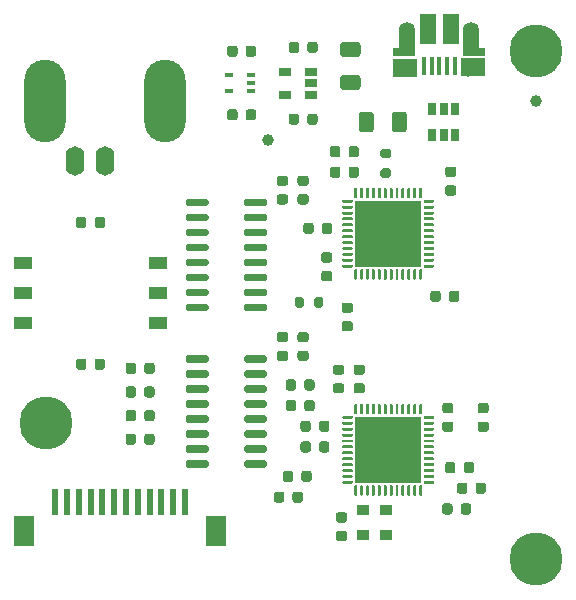
<source format=gbr>
G04 #@! TF.GenerationSoftware,KiCad,Pcbnew,5.1.7*
G04 #@! TF.CreationDate,2020-11-02T19:08:24-06:00*
G04 #@! TF.ProjectId,pcb,7063622e-6b69-4636-9164-5f7063625858,rev?*
G04 #@! TF.SameCoordinates,Original*
G04 #@! TF.FileFunction,Soldermask,Top*
G04 #@! TF.FilePolarity,Negative*
%FSLAX46Y46*%
G04 Gerber Fmt 4.6, Leading zero omitted, Abs format (unit mm)*
G04 Created by KiCad (PCBNEW 5.1.7) date 2020-11-02 19:08:24*
%MOMM*%
%LPD*%
G01*
G04 APERTURE LIST*
%ADD10R,0.650000X1.060000*%
%ADD11R,1.000000X0.900000*%
%ADD12C,4.500000*%
%ADD13R,5.600000X5.600000*%
%ADD14R,1.800000X2.600000*%
%ADD15R,0.600000X2.200000*%
%ADD16C,1.000000*%
%ADD17R,1.430000X2.500000*%
%ADD18O,1.350000X1.700000*%
%ADD19O,1.100000X1.500000*%
%ADD20R,0.400000X1.650000*%
%ADD21R,2.000000X1.500000*%
%ADD22R,1.825000X0.700000*%
%ADD23R,1.350000X2.000000*%
%ADD24R,0.650000X0.400000*%
%ADD25R,1.060000X0.650000*%
%ADD26O,1.600000X2.500000*%
%ADD27O,3.500000X7.000000*%
%ADD28R,1.524000X1.016000*%
G04 APERTURE END LIST*
D10*
X60400000Y-68650000D03*
X59450000Y-68650000D03*
X61350000Y-68650000D03*
X61350000Y-70850000D03*
X60400000Y-70850000D03*
X59450000Y-70850000D03*
D11*
X55491754Y-102611386D03*
X53591754Y-102611386D03*
X53591754Y-104711386D03*
X55491754Y-104711386D03*
D12*
X26750000Y-95250000D03*
X68250000Y-106750000D03*
X68250000Y-63750000D03*
D13*
X55700000Y-97500000D03*
G36*
G01*
X58575000Y-100562500D02*
X58575000Y-101312500D01*
G75*
G02*
X58512500Y-101375000I-62500J0D01*
G01*
X58387500Y-101375000D01*
G75*
G02*
X58325000Y-101312500I0J62500D01*
G01*
X58325000Y-100562500D01*
G75*
G02*
X58387500Y-100500000I62500J0D01*
G01*
X58512500Y-100500000D01*
G75*
G02*
X58575000Y-100562500I0J-62500D01*
G01*
G37*
G36*
G01*
X58075000Y-100562500D02*
X58075000Y-101312500D01*
G75*
G02*
X58012500Y-101375000I-62500J0D01*
G01*
X57887500Y-101375000D01*
G75*
G02*
X57825000Y-101312500I0J62500D01*
G01*
X57825000Y-100562500D01*
G75*
G02*
X57887500Y-100500000I62500J0D01*
G01*
X58012500Y-100500000D01*
G75*
G02*
X58075000Y-100562500I0J-62500D01*
G01*
G37*
G36*
G01*
X57575000Y-100562500D02*
X57575000Y-101312500D01*
G75*
G02*
X57512500Y-101375000I-62500J0D01*
G01*
X57387500Y-101375000D01*
G75*
G02*
X57325000Y-101312500I0J62500D01*
G01*
X57325000Y-100562500D01*
G75*
G02*
X57387500Y-100500000I62500J0D01*
G01*
X57512500Y-100500000D01*
G75*
G02*
X57575000Y-100562500I0J-62500D01*
G01*
G37*
G36*
G01*
X57075000Y-100562500D02*
X57075000Y-101312500D01*
G75*
G02*
X57012500Y-101375000I-62500J0D01*
G01*
X56887500Y-101375000D01*
G75*
G02*
X56825000Y-101312500I0J62500D01*
G01*
X56825000Y-100562500D01*
G75*
G02*
X56887500Y-100500000I62500J0D01*
G01*
X57012500Y-100500000D01*
G75*
G02*
X57075000Y-100562500I0J-62500D01*
G01*
G37*
G36*
G01*
X56575000Y-100562500D02*
X56575000Y-101312500D01*
G75*
G02*
X56512500Y-101375000I-62500J0D01*
G01*
X56387500Y-101375000D01*
G75*
G02*
X56325000Y-101312500I0J62500D01*
G01*
X56325000Y-100562500D01*
G75*
G02*
X56387500Y-100500000I62500J0D01*
G01*
X56512500Y-100500000D01*
G75*
G02*
X56575000Y-100562500I0J-62500D01*
G01*
G37*
G36*
G01*
X56075000Y-100562500D02*
X56075000Y-101312500D01*
G75*
G02*
X56012500Y-101375000I-62500J0D01*
G01*
X55887500Y-101375000D01*
G75*
G02*
X55825000Y-101312500I0J62500D01*
G01*
X55825000Y-100562500D01*
G75*
G02*
X55887500Y-100500000I62500J0D01*
G01*
X56012500Y-100500000D01*
G75*
G02*
X56075000Y-100562500I0J-62500D01*
G01*
G37*
G36*
G01*
X55575000Y-100562500D02*
X55575000Y-101312500D01*
G75*
G02*
X55512500Y-101375000I-62500J0D01*
G01*
X55387500Y-101375000D01*
G75*
G02*
X55325000Y-101312500I0J62500D01*
G01*
X55325000Y-100562500D01*
G75*
G02*
X55387500Y-100500000I62500J0D01*
G01*
X55512500Y-100500000D01*
G75*
G02*
X55575000Y-100562500I0J-62500D01*
G01*
G37*
G36*
G01*
X55075000Y-100562500D02*
X55075000Y-101312500D01*
G75*
G02*
X55012500Y-101375000I-62500J0D01*
G01*
X54887500Y-101375000D01*
G75*
G02*
X54825000Y-101312500I0J62500D01*
G01*
X54825000Y-100562500D01*
G75*
G02*
X54887500Y-100500000I62500J0D01*
G01*
X55012500Y-100500000D01*
G75*
G02*
X55075000Y-100562500I0J-62500D01*
G01*
G37*
G36*
G01*
X54575000Y-100562500D02*
X54575000Y-101312500D01*
G75*
G02*
X54512500Y-101375000I-62500J0D01*
G01*
X54387500Y-101375000D01*
G75*
G02*
X54325000Y-101312500I0J62500D01*
G01*
X54325000Y-100562500D01*
G75*
G02*
X54387500Y-100500000I62500J0D01*
G01*
X54512500Y-100500000D01*
G75*
G02*
X54575000Y-100562500I0J-62500D01*
G01*
G37*
G36*
G01*
X54075000Y-100562500D02*
X54075000Y-101312500D01*
G75*
G02*
X54012500Y-101375000I-62500J0D01*
G01*
X53887500Y-101375000D01*
G75*
G02*
X53825000Y-101312500I0J62500D01*
G01*
X53825000Y-100562500D01*
G75*
G02*
X53887500Y-100500000I62500J0D01*
G01*
X54012500Y-100500000D01*
G75*
G02*
X54075000Y-100562500I0J-62500D01*
G01*
G37*
G36*
G01*
X53575000Y-100562500D02*
X53575000Y-101312500D01*
G75*
G02*
X53512500Y-101375000I-62500J0D01*
G01*
X53387500Y-101375000D01*
G75*
G02*
X53325000Y-101312500I0J62500D01*
G01*
X53325000Y-100562500D01*
G75*
G02*
X53387500Y-100500000I62500J0D01*
G01*
X53512500Y-100500000D01*
G75*
G02*
X53575000Y-100562500I0J-62500D01*
G01*
G37*
G36*
G01*
X53075000Y-100562500D02*
X53075000Y-101312500D01*
G75*
G02*
X53012500Y-101375000I-62500J0D01*
G01*
X52887500Y-101375000D01*
G75*
G02*
X52825000Y-101312500I0J62500D01*
G01*
X52825000Y-100562500D01*
G75*
G02*
X52887500Y-100500000I62500J0D01*
G01*
X53012500Y-100500000D01*
G75*
G02*
X53075000Y-100562500I0J-62500D01*
G01*
G37*
G36*
G01*
X52700000Y-100187500D02*
X52700000Y-100312500D01*
G75*
G02*
X52637500Y-100375000I-62500J0D01*
G01*
X51887500Y-100375000D01*
G75*
G02*
X51825000Y-100312500I0J62500D01*
G01*
X51825000Y-100187500D01*
G75*
G02*
X51887500Y-100125000I62500J0D01*
G01*
X52637500Y-100125000D01*
G75*
G02*
X52700000Y-100187500I0J-62500D01*
G01*
G37*
G36*
G01*
X52700000Y-99687500D02*
X52700000Y-99812500D01*
G75*
G02*
X52637500Y-99875000I-62500J0D01*
G01*
X51887500Y-99875000D01*
G75*
G02*
X51825000Y-99812500I0J62500D01*
G01*
X51825000Y-99687500D01*
G75*
G02*
X51887500Y-99625000I62500J0D01*
G01*
X52637500Y-99625000D01*
G75*
G02*
X52700000Y-99687500I0J-62500D01*
G01*
G37*
G36*
G01*
X52700000Y-99187500D02*
X52700000Y-99312500D01*
G75*
G02*
X52637500Y-99375000I-62500J0D01*
G01*
X51887500Y-99375000D01*
G75*
G02*
X51825000Y-99312500I0J62500D01*
G01*
X51825000Y-99187500D01*
G75*
G02*
X51887500Y-99125000I62500J0D01*
G01*
X52637500Y-99125000D01*
G75*
G02*
X52700000Y-99187500I0J-62500D01*
G01*
G37*
G36*
G01*
X52700000Y-98687500D02*
X52700000Y-98812500D01*
G75*
G02*
X52637500Y-98875000I-62500J0D01*
G01*
X51887500Y-98875000D01*
G75*
G02*
X51825000Y-98812500I0J62500D01*
G01*
X51825000Y-98687500D01*
G75*
G02*
X51887500Y-98625000I62500J0D01*
G01*
X52637500Y-98625000D01*
G75*
G02*
X52700000Y-98687500I0J-62500D01*
G01*
G37*
G36*
G01*
X52700000Y-98187500D02*
X52700000Y-98312500D01*
G75*
G02*
X52637500Y-98375000I-62500J0D01*
G01*
X51887500Y-98375000D01*
G75*
G02*
X51825000Y-98312500I0J62500D01*
G01*
X51825000Y-98187500D01*
G75*
G02*
X51887500Y-98125000I62500J0D01*
G01*
X52637500Y-98125000D01*
G75*
G02*
X52700000Y-98187500I0J-62500D01*
G01*
G37*
G36*
G01*
X52700000Y-97687500D02*
X52700000Y-97812500D01*
G75*
G02*
X52637500Y-97875000I-62500J0D01*
G01*
X51887500Y-97875000D01*
G75*
G02*
X51825000Y-97812500I0J62500D01*
G01*
X51825000Y-97687500D01*
G75*
G02*
X51887500Y-97625000I62500J0D01*
G01*
X52637500Y-97625000D01*
G75*
G02*
X52700000Y-97687500I0J-62500D01*
G01*
G37*
G36*
G01*
X52700000Y-97187500D02*
X52700000Y-97312500D01*
G75*
G02*
X52637500Y-97375000I-62500J0D01*
G01*
X51887500Y-97375000D01*
G75*
G02*
X51825000Y-97312500I0J62500D01*
G01*
X51825000Y-97187500D01*
G75*
G02*
X51887500Y-97125000I62500J0D01*
G01*
X52637500Y-97125000D01*
G75*
G02*
X52700000Y-97187500I0J-62500D01*
G01*
G37*
G36*
G01*
X52700000Y-96687500D02*
X52700000Y-96812500D01*
G75*
G02*
X52637500Y-96875000I-62500J0D01*
G01*
X51887500Y-96875000D01*
G75*
G02*
X51825000Y-96812500I0J62500D01*
G01*
X51825000Y-96687500D01*
G75*
G02*
X51887500Y-96625000I62500J0D01*
G01*
X52637500Y-96625000D01*
G75*
G02*
X52700000Y-96687500I0J-62500D01*
G01*
G37*
G36*
G01*
X52700000Y-96187500D02*
X52700000Y-96312500D01*
G75*
G02*
X52637500Y-96375000I-62500J0D01*
G01*
X51887500Y-96375000D01*
G75*
G02*
X51825000Y-96312500I0J62500D01*
G01*
X51825000Y-96187500D01*
G75*
G02*
X51887500Y-96125000I62500J0D01*
G01*
X52637500Y-96125000D01*
G75*
G02*
X52700000Y-96187500I0J-62500D01*
G01*
G37*
G36*
G01*
X52700000Y-95687500D02*
X52700000Y-95812500D01*
G75*
G02*
X52637500Y-95875000I-62500J0D01*
G01*
X51887500Y-95875000D01*
G75*
G02*
X51825000Y-95812500I0J62500D01*
G01*
X51825000Y-95687500D01*
G75*
G02*
X51887500Y-95625000I62500J0D01*
G01*
X52637500Y-95625000D01*
G75*
G02*
X52700000Y-95687500I0J-62500D01*
G01*
G37*
G36*
G01*
X52700000Y-95187500D02*
X52700000Y-95312500D01*
G75*
G02*
X52637500Y-95375000I-62500J0D01*
G01*
X51887500Y-95375000D01*
G75*
G02*
X51825000Y-95312500I0J62500D01*
G01*
X51825000Y-95187500D01*
G75*
G02*
X51887500Y-95125000I62500J0D01*
G01*
X52637500Y-95125000D01*
G75*
G02*
X52700000Y-95187500I0J-62500D01*
G01*
G37*
G36*
G01*
X52700000Y-94687500D02*
X52700000Y-94812500D01*
G75*
G02*
X52637500Y-94875000I-62500J0D01*
G01*
X51887500Y-94875000D01*
G75*
G02*
X51825000Y-94812500I0J62500D01*
G01*
X51825000Y-94687500D01*
G75*
G02*
X51887500Y-94625000I62500J0D01*
G01*
X52637500Y-94625000D01*
G75*
G02*
X52700000Y-94687500I0J-62500D01*
G01*
G37*
G36*
G01*
X53075000Y-93687500D02*
X53075000Y-94437500D01*
G75*
G02*
X53012500Y-94500000I-62500J0D01*
G01*
X52887500Y-94500000D01*
G75*
G02*
X52825000Y-94437500I0J62500D01*
G01*
X52825000Y-93687500D01*
G75*
G02*
X52887500Y-93625000I62500J0D01*
G01*
X53012500Y-93625000D01*
G75*
G02*
X53075000Y-93687500I0J-62500D01*
G01*
G37*
G36*
G01*
X53575000Y-93687500D02*
X53575000Y-94437500D01*
G75*
G02*
X53512500Y-94500000I-62500J0D01*
G01*
X53387500Y-94500000D01*
G75*
G02*
X53325000Y-94437500I0J62500D01*
G01*
X53325000Y-93687500D01*
G75*
G02*
X53387500Y-93625000I62500J0D01*
G01*
X53512500Y-93625000D01*
G75*
G02*
X53575000Y-93687500I0J-62500D01*
G01*
G37*
G36*
G01*
X54075000Y-93687500D02*
X54075000Y-94437500D01*
G75*
G02*
X54012500Y-94500000I-62500J0D01*
G01*
X53887500Y-94500000D01*
G75*
G02*
X53825000Y-94437500I0J62500D01*
G01*
X53825000Y-93687500D01*
G75*
G02*
X53887500Y-93625000I62500J0D01*
G01*
X54012500Y-93625000D01*
G75*
G02*
X54075000Y-93687500I0J-62500D01*
G01*
G37*
G36*
G01*
X54575000Y-93687500D02*
X54575000Y-94437500D01*
G75*
G02*
X54512500Y-94500000I-62500J0D01*
G01*
X54387500Y-94500000D01*
G75*
G02*
X54325000Y-94437500I0J62500D01*
G01*
X54325000Y-93687500D01*
G75*
G02*
X54387500Y-93625000I62500J0D01*
G01*
X54512500Y-93625000D01*
G75*
G02*
X54575000Y-93687500I0J-62500D01*
G01*
G37*
G36*
G01*
X55075000Y-93687500D02*
X55075000Y-94437500D01*
G75*
G02*
X55012500Y-94500000I-62500J0D01*
G01*
X54887500Y-94500000D01*
G75*
G02*
X54825000Y-94437500I0J62500D01*
G01*
X54825000Y-93687500D01*
G75*
G02*
X54887500Y-93625000I62500J0D01*
G01*
X55012500Y-93625000D01*
G75*
G02*
X55075000Y-93687500I0J-62500D01*
G01*
G37*
G36*
G01*
X55575000Y-93687500D02*
X55575000Y-94437500D01*
G75*
G02*
X55512500Y-94500000I-62500J0D01*
G01*
X55387500Y-94500000D01*
G75*
G02*
X55325000Y-94437500I0J62500D01*
G01*
X55325000Y-93687500D01*
G75*
G02*
X55387500Y-93625000I62500J0D01*
G01*
X55512500Y-93625000D01*
G75*
G02*
X55575000Y-93687500I0J-62500D01*
G01*
G37*
G36*
G01*
X56075000Y-93687500D02*
X56075000Y-94437500D01*
G75*
G02*
X56012500Y-94500000I-62500J0D01*
G01*
X55887500Y-94500000D01*
G75*
G02*
X55825000Y-94437500I0J62500D01*
G01*
X55825000Y-93687500D01*
G75*
G02*
X55887500Y-93625000I62500J0D01*
G01*
X56012500Y-93625000D01*
G75*
G02*
X56075000Y-93687500I0J-62500D01*
G01*
G37*
G36*
G01*
X56575000Y-93687500D02*
X56575000Y-94437500D01*
G75*
G02*
X56512500Y-94500000I-62500J0D01*
G01*
X56387500Y-94500000D01*
G75*
G02*
X56325000Y-94437500I0J62500D01*
G01*
X56325000Y-93687500D01*
G75*
G02*
X56387500Y-93625000I62500J0D01*
G01*
X56512500Y-93625000D01*
G75*
G02*
X56575000Y-93687500I0J-62500D01*
G01*
G37*
G36*
G01*
X57075000Y-93687500D02*
X57075000Y-94437500D01*
G75*
G02*
X57012500Y-94500000I-62500J0D01*
G01*
X56887500Y-94500000D01*
G75*
G02*
X56825000Y-94437500I0J62500D01*
G01*
X56825000Y-93687500D01*
G75*
G02*
X56887500Y-93625000I62500J0D01*
G01*
X57012500Y-93625000D01*
G75*
G02*
X57075000Y-93687500I0J-62500D01*
G01*
G37*
G36*
G01*
X57575000Y-93687500D02*
X57575000Y-94437500D01*
G75*
G02*
X57512500Y-94500000I-62500J0D01*
G01*
X57387500Y-94500000D01*
G75*
G02*
X57325000Y-94437500I0J62500D01*
G01*
X57325000Y-93687500D01*
G75*
G02*
X57387500Y-93625000I62500J0D01*
G01*
X57512500Y-93625000D01*
G75*
G02*
X57575000Y-93687500I0J-62500D01*
G01*
G37*
G36*
G01*
X58075000Y-93687500D02*
X58075000Y-94437500D01*
G75*
G02*
X58012500Y-94500000I-62500J0D01*
G01*
X57887500Y-94500000D01*
G75*
G02*
X57825000Y-94437500I0J62500D01*
G01*
X57825000Y-93687500D01*
G75*
G02*
X57887500Y-93625000I62500J0D01*
G01*
X58012500Y-93625000D01*
G75*
G02*
X58075000Y-93687500I0J-62500D01*
G01*
G37*
G36*
G01*
X58575000Y-93687500D02*
X58575000Y-94437500D01*
G75*
G02*
X58512500Y-94500000I-62500J0D01*
G01*
X58387500Y-94500000D01*
G75*
G02*
X58325000Y-94437500I0J62500D01*
G01*
X58325000Y-93687500D01*
G75*
G02*
X58387500Y-93625000I62500J0D01*
G01*
X58512500Y-93625000D01*
G75*
G02*
X58575000Y-93687500I0J-62500D01*
G01*
G37*
G36*
G01*
X59575000Y-94687500D02*
X59575000Y-94812500D01*
G75*
G02*
X59512500Y-94875000I-62500J0D01*
G01*
X58762500Y-94875000D01*
G75*
G02*
X58700000Y-94812500I0J62500D01*
G01*
X58700000Y-94687500D01*
G75*
G02*
X58762500Y-94625000I62500J0D01*
G01*
X59512500Y-94625000D01*
G75*
G02*
X59575000Y-94687500I0J-62500D01*
G01*
G37*
G36*
G01*
X59575000Y-95187500D02*
X59575000Y-95312500D01*
G75*
G02*
X59512500Y-95375000I-62500J0D01*
G01*
X58762500Y-95375000D01*
G75*
G02*
X58700000Y-95312500I0J62500D01*
G01*
X58700000Y-95187500D01*
G75*
G02*
X58762500Y-95125000I62500J0D01*
G01*
X59512500Y-95125000D01*
G75*
G02*
X59575000Y-95187500I0J-62500D01*
G01*
G37*
G36*
G01*
X59575000Y-95687500D02*
X59575000Y-95812500D01*
G75*
G02*
X59512500Y-95875000I-62500J0D01*
G01*
X58762500Y-95875000D01*
G75*
G02*
X58700000Y-95812500I0J62500D01*
G01*
X58700000Y-95687500D01*
G75*
G02*
X58762500Y-95625000I62500J0D01*
G01*
X59512500Y-95625000D01*
G75*
G02*
X59575000Y-95687500I0J-62500D01*
G01*
G37*
G36*
G01*
X59575000Y-96187500D02*
X59575000Y-96312500D01*
G75*
G02*
X59512500Y-96375000I-62500J0D01*
G01*
X58762500Y-96375000D01*
G75*
G02*
X58700000Y-96312500I0J62500D01*
G01*
X58700000Y-96187500D01*
G75*
G02*
X58762500Y-96125000I62500J0D01*
G01*
X59512500Y-96125000D01*
G75*
G02*
X59575000Y-96187500I0J-62500D01*
G01*
G37*
G36*
G01*
X59575000Y-96687500D02*
X59575000Y-96812500D01*
G75*
G02*
X59512500Y-96875000I-62500J0D01*
G01*
X58762500Y-96875000D01*
G75*
G02*
X58700000Y-96812500I0J62500D01*
G01*
X58700000Y-96687500D01*
G75*
G02*
X58762500Y-96625000I62500J0D01*
G01*
X59512500Y-96625000D01*
G75*
G02*
X59575000Y-96687500I0J-62500D01*
G01*
G37*
G36*
G01*
X59575000Y-97187500D02*
X59575000Y-97312500D01*
G75*
G02*
X59512500Y-97375000I-62500J0D01*
G01*
X58762500Y-97375000D01*
G75*
G02*
X58700000Y-97312500I0J62500D01*
G01*
X58700000Y-97187500D01*
G75*
G02*
X58762500Y-97125000I62500J0D01*
G01*
X59512500Y-97125000D01*
G75*
G02*
X59575000Y-97187500I0J-62500D01*
G01*
G37*
G36*
G01*
X59575000Y-97687500D02*
X59575000Y-97812500D01*
G75*
G02*
X59512500Y-97875000I-62500J0D01*
G01*
X58762500Y-97875000D01*
G75*
G02*
X58700000Y-97812500I0J62500D01*
G01*
X58700000Y-97687500D01*
G75*
G02*
X58762500Y-97625000I62500J0D01*
G01*
X59512500Y-97625000D01*
G75*
G02*
X59575000Y-97687500I0J-62500D01*
G01*
G37*
G36*
G01*
X59575000Y-98187500D02*
X59575000Y-98312500D01*
G75*
G02*
X59512500Y-98375000I-62500J0D01*
G01*
X58762500Y-98375000D01*
G75*
G02*
X58700000Y-98312500I0J62500D01*
G01*
X58700000Y-98187500D01*
G75*
G02*
X58762500Y-98125000I62500J0D01*
G01*
X59512500Y-98125000D01*
G75*
G02*
X59575000Y-98187500I0J-62500D01*
G01*
G37*
G36*
G01*
X59575000Y-98687500D02*
X59575000Y-98812500D01*
G75*
G02*
X59512500Y-98875000I-62500J0D01*
G01*
X58762500Y-98875000D01*
G75*
G02*
X58700000Y-98812500I0J62500D01*
G01*
X58700000Y-98687500D01*
G75*
G02*
X58762500Y-98625000I62500J0D01*
G01*
X59512500Y-98625000D01*
G75*
G02*
X59575000Y-98687500I0J-62500D01*
G01*
G37*
G36*
G01*
X59575000Y-99187500D02*
X59575000Y-99312500D01*
G75*
G02*
X59512500Y-99375000I-62500J0D01*
G01*
X58762500Y-99375000D01*
G75*
G02*
X58700000Y-99312500I0J62500D01*
G01*
X58700000Y-99187500D01*
G75*
G02*
X58762500Y-99125000I62500J0D01*
G01*
X59512500Y-99125000D01*
G75*
G02*
X59575000Y-99187500I0J-62500D01*
G01*
G37*
G36*
G01*
X59575000Y-99687500D02*
X59575000Y-99812500D01*
G75*
G02*
X59512500Y-99875000I-62500J0D01*
G01*
X58762500Y-99875000D01*
G75*
G02*
X58700000Y-99812500I0J62500D01*
G01*
X58700000Y-99687500D01*
G75*
G02*
X58762500Y-99625000I62500J0D01*
G01*
X59512500Y-99625000D01*
G75*
G02*
X59575000Y-99687500I0J-62500D01*
G01*
G37*
G36*
G01*
X59575000Y-100187500D02*
X59575000Y-100312500D01*
G75*
G02*
X59512500Y-100375000I-62500J0D01*
G01*
X58762500Y-100375000D01*
G75*
G02*
X58700000Y-100312500I0J62500D01*
G01*
X58700000Y-100187500D01*
G75*
G02*
X58762500Y-100125000I62500J0D01*
G01*
X59512500Y-100125000D01*
G75*
G02*
X59575000Y-100187500I0J-62500D01*
G01*
G37*
G36*
G01*
X55775000Y-72825000D02*
X55225000Y-72825000D01*
G75*
G02*
X55025000Y-72625000I0J200000D01*
G01*
X55025000Y-72225000D01*
G75*
G02*
X55225000Y-72025000I200000J0D01*
G01*
X55775000Y-72025000D01*
G75*
G02*
X55975000Y-72225000I0J-200000D01*
G01*
X55975000Y-72625000D01*
G75*
G02*
X55775000Y-72825000I-200000J0D01*
G01*
G37*
G36*
G01*
X55775000Y-74475000D02*
X55225000Y-74475000D01*
G75*
G02*
X55025000Y-74275000I0J200000D01*
G01*
X55025000Y-73875000D01*
G75*
G02*
X55225000Y-73675000I200000J0D01*
G01*
X55775000Y-73675000D01*
G75*
G02*
X55975000Y-73875000I0J-200000D01*
G01*
X55975000Y-74275000D01*
G75*
G02*
X55775000Y-74475000I-200000J0D01*
G01*
G37*
D14*
X41100000Y-104400000D03*
X24900000Y-104400000D03*
D15*
X38500000Y-101900000D03*
X37500000Y-101900000D03*
X36500000Y-101900000D03*
X35500000Y-101900000D03*
X34500000Y-101900000D03*
X33500000Y-101900000D03*
X32500000Y-101900000D03*
X31500000Y-101900000D03*
X30500000Y-101900000D03*
X29500000Y-101900000D03*
X28500000Y-101900000D03*
X27500000Y-101900000D03*
D16*
X68250000Y-68000000D03*
X45500000Y-71250000D03*
G36*
G01*
X47006250Y-88400000D02*
X46493750Y-88400000D01*
G75*
G02*
X46275000Y-88181250I0J218750D01*
G01*
X46275000Y-87743750D01*
G75*
G02*
X46493750Y-87525000I218750J0D01*
G01*
X47006250Y-87525000D01*
G75*
G02*
X47225000Y-87743750I0J-218750D01*
G01*
X47225000Y-88181250D01*
G75*
G02*
X47006250Y-88400000I-218750J0D01*
G01*
G37*
G36*
G01*
X47006250Y-89975000D02*
X46493750Y-89975000D01*
G75*
G02*
X46275000Y-89756250I0J218750D01*
G01*
X46275000Y-89318750D01*
G75*
G02*
X46493750Y-89100000I218750J0D01*
G01*
X47006250Y-89100000D01*
G75*
G02*
X47225000Y-89318750I0J-218750D01*
G01*
X47225000Y-89756250D01*
G75*
G02*
X47006250Y-89975000I-218750J0D01*
G01*
G37*
G36*
G01*
X48756250Y-88400000D02*
X48243750Y-88400000D01*
G75*
G02*
X48025000Y-88181250I0J218750D01*
G01*
X48025000Y-87743750D01*
G75*
G02*
X48243750Y-87525000I218750J0D01*
G01*
X48756250Y-87525000D01*
G75*
G02*
X48975000Y-87743750I0J-218750D01*
G01*
X48975000Y-88181250D01*
G75*
G02*
X48756250Y-88400000I-218750J0D01*
G01*
G37*
G36*
G01*
X48756250Y-89975000D02*
X48243750Y-89975000D01*
G75*
G02*
X48025000Y-89756250I0J218750D01*
G01*
X48025000Y-89318750D01*
G75*
G02*
X48243750Y-89100000I218750J0D01*
G01*
X48756250Y-89100000D01*
G75*
G02*
X48975000Y-89318750I0J-218750D01*
G01*
X48975000Y-89756250D01*
G75*
G02*
X48756250Y-89975000I-218750J0D01*
G01*
G37*
G36*
G01*
X49425000Y-85275000D02*
X49425000Y-84725000D01*
G75*
G02*
X49625000Y-84525000I200000J0D01*
G01*
X50025000Y-84525000D01*
G75*
G02*
X50225000Y-84725000I0J-200000D01*
G01*
X50225000Y-85275000D01*
G75*
G02*
X50025000Y-85475000I-200000J0D01*
G01*
X49625000Y-85475000D01*
G75*
G02*
X49425000Y-85275000I0J200000D01*
G01*
G37*
G36*
G01*
X47775000Y-85275000D02*
X47775000Y-84725000D01*
G75*
G02*
X47975000Y-84525000I200000J0D01*
G01*
X48375000Y-84525000D01*
G75*
G02*
X48575000Y-84725000I0J-200000D01*
G01*
X48575000Y-85275000D01*
G75*
G02*
X48375000Y-85475000I-200000J0D01*
G01*
X47975000Y-85475000D01*
G75*
G02*
X47775000Y-85275000I0J200000D01*
G01*
G37*
G36*
G01*
X52006250Y-103650000D02*
X51493750Y-103650000D01*
G75*
G02*
X51275000Y-103431250I0J218750D01*
G01*
X51275000Y-102993750D01*
G75*
G02*
X51493750Y-102775000I218750J0D01*
G01*
X52006250Y-102775000D01*
G75*
G02*
X52225000Y-102993750I0J-218750D01*
G01*
X52225000Y-103431250D01*
G75*
G02*
X52006250Y-103650000I-218750J0D01*
G01*
G37*
G36*
G01*
X52006250Y-105225000D02*
X51493750Y-105225000D01*
G75*
G02*
X51275000Y-105006250I0J218750D01*
G01*
X51275000Y-104568750D01*
G75*
G02*
X51493750Y-104350000I218750J0D01*
G01*
X52006250Y-104350000D01*
G75*
G02*
X52225000Y-104568750I0J-218750D01*
G01*
X52225000Y-105006250D01*
G75*
G02*
X52006250Y-105225000I-218750J0D01*
G01*
G37*
D17*
X59065000Y-61861000D03*
X60985000Y-61861000D03*
D18*
X57295000Y-62131000D03*
X62755000Y-62131000D03*
D19*
X57605000Y-65131000D03*
X62445000Y-65131000D03*
D20*
X58725000Y-65011000D03*
X59375000Y-65011000D03*
X60025000Y-65011000D03*
X60675000Y-65011000D03*
X61325000Y-65011000D03*
D21*
X57125000Y-65131000D03*
X62875000Y-65111000D03*
D22*
X57025000Y-63811000D03*
X62975000Y-63811000D03*
D23*
X62755000Y-63061000D03*
X57275000Y-63061000D03*
G36*
G01*
X46900000Y-101243750D02*
X46900000Y-101756250D01*
G75*
G02*
X46681250Y-101975000I-218750J0D01*
G01*
X46243750Y-101975000D01*
G75*
G02*
X46025000Y-101756250I0J218750D01*
G01*
X46025000Y-101243750D01*
G75*
G02*
X46243750Y-101025000I218750J0D01*
G01*
X46681250Y-101025000D01*
G75*
G02*
X46900000Y-101243750I0J-218750D01*
G01*
G37*
G36*
G01*
X48475000Y-101243750D02*
X48475000Y-101756250D01*
G75*
G02*
X48256250Y-101975000I-218750J0D01*
G01*
X47818750Y-101975000D01*
G75*
G02*
X47600000Y-101756250I0J218750D01*
G01*
X47600000Y-101243750D01*
G75*
G02*
X47818750Y-101025000I218750J0D01*
G01*
X48256250Y-101025000D01*
G75*
G02*
X48475000Y-101243750I0J-218750D01*
G01*
G37*
G36*
G01*
X49150000Y-96993750D02*
X49150000Y-97506250D01*
G75*
G02*
X48931250Y-97725000I-218750J0D01*
G01*
X48493750Y-97725000D01*
G75*
G02*
X48275000Y-97506250I0J218750D01*
G01*
X48275000Y-96993750D01*
G75*
G02*
X48493750Y-96775000I218750J0D01*
G01*
X48931250Y-96775000D01*
G75*
G02*
X49150000Y-96993750I0J-218750D01*
G01*
G37*
G36*
G01*
X50725000Y-96993750D02*
X50725000Y-97506250D01*
G75*
G02*
X50506250Y-97725000I-218750J0D01*
G01*
X50068750Y-97725000D01*
G75*
G02*
X49850000Y-97506250I0J218750D01*
G01*
X49850000Y-96993750D01*
G75*
G02*
X50068750Y-96775000I218750J0D01*
G01*
X50506250Y-96775000D01*
G75*
G02*
X50725000Y-96993750I0J-218750D01*
G01*
G37*
G36*
G01*
X49850000Y-95756250D02*
X49850000Y-95243750D01*
G75*
G02*
X50068750Y-95025000I218750J0D01*
G01*
X50506250Y-95025000D01*
G75*
G02*
X50725000Y-95243750I0J-218750D01*
G01*
X50725000Y-95756250D01*
G75*
G02*
X50506250Y-95975000I-218750J0D01*
G01*
X50068750Y-95975000D01*
G75*
G02*
X49850000Y-95756250I0J218750D01*
G01*
G37*
G36*
G01*
X48275000Y-95756250D02*
X48275000Y-95243750D01*
G75*
G02*
X48493750Y-95025000I218750J0D01*
G01*
X48931250Y-95025000D01*
G75*
G02*
X49150000Y-95243750I0J-218750D01*
G01*
X49150000Y-95756250D01*
G75*
G02*
X48931250Y-95975000I-218750J0D01*
G01*
X48493750Y-95975000D01*
G75*
G02*
X48275000Y-95756250I0J218750D01*
G01*
G37*
G36*
G01*
X63493750Y-95100000D02*
X64006250Y-95100000D01*
G75*
G02*
X64225000Y-95318750I0J-218750D01*
G01*
X64225000Y-95756250D01*
G75*
G02*
X64006250Y-95975000I-218750J0D01*
G01*
X63493750Y-95975000D01*
G75*
G02*
X63275000Y-95756250I0J218750D01*
G01*
X63275000Y-95318750D01*
G75*
G02*
X63493750Y-95100000I218750J0D01*
G01*
G37*
G36*
G01*
X63493750Y-93525000D02*
X64006250Y-93525000D01*
G75*
G02*
X64225000Y-93743750I0J-218750D01*
G01*
X64225000Y-94181250D01*
G75*
G02*
X64006250Y-94400000I-218750J0D01*
G01*
X63493750Y-94400000D01*
G75*
G02*
X63275000Y-94181250I0J218750D01*
G01*
X63275000Y-93743750D01*
G75*
G02*
X63493750Y-93525000I218750J0D01*
G01*
G37*
G36*
G01*
X51993750Y-86600000D02*
X52506250Y-86600000D01*
G75*
G02*
X52725000Y-86818750I0J-218750D01*
G01*
X52725000Y-87256250D01*
G75*
G02*
X52506250Y-87475000I-218750J0D01*
G01*
X51993750Y-87475000D01*
G75*
G02*
X51775000Y-87256250I0J218750D01*
G01*
X51775000Y-86818750D01*
G75*
G02*
X51993750Y-86600000I218750J0D01*
G01*
G37*
G36*
G01*
X51993750Y-85025000D02*
X52506250Y-85025000D01*
G75*
G02*
X52725000Y-85243750I0J-218750D01*
G01*
X52725000Y-85681250D01*
G75*
G02*
X52506250Y-85900000I-218750J0D01*
G01*
X51993750Y-85900000D01*
G75*
G02*
X51775000Y-85681250I0J218750D01*
G01*
X51775000Y-85243750D01*
G75*
G02*
X51993750Y-85025000I218750J0D01*
G01*
G37*
G36*
G01*
X60493750Y-95100000D02*
X61006250Y-95100000D01*
G75*
G02*
X61225000Y-95318750I0J-218750D01*
G01*
X61225000Y-95756250D01*
G75*
G02*
X61006250Y-95975000I-218750J0D01*
G01*
X60493750Y-95975000D01*
G75*
G02*
X60275000Y-95756250I0J218750D01*
G01*
X60275000Y-95318750D01*
G75*
G02*
X60493750Y-95100000I218750J0D01*
G01*
G37*
G36*
G01*
X60493750Y-93525000D02*
X61006250Y-93525000D01*
G75*
G02*
X61225000Y-93743750I0J-218750D01*
G01*
X61225000Y-94181250D01*
G75*
G02*
X61006250Y-94400000I-218750J0D01*
G01*
X60493750Y-94400000D01*
G75*
G02*
X60275000Y-94181250I0J218750D01*
G01*
X60275000Y-93743750D01*
G75*
G02*
X60493750Y-93525000I218750J0D01*
G01*
G37*
G36*
G01*
X30850000Y-78506250D02*
X30850000Y-77993750D01*
G75*
G02*
X31068750Y-77775000I218750J0D01*
G01*
X31506250Y-77775000D01*
G75*
G02*
X31725000Y-77993750I0J-218750D01*
G01*
X31725000Y-78506250D01*
G75*
G02*
X31506250Y-78725000I-218750J0D01*
G01*
X31068750Y-78725000D01*
G75*
G02*
X30850000Y-78506250I0J218750D01*
G01*
G37*
G36*
G01*
X29275000Y-78506250D02*
X29275000Y-77993750D01*
G75*
G02*
X29493750Y-77775000I218750J0D01*
G01*
X29931250Y-77775000D01*
G75*
G02*
X30150000Y-77993750I0J-218750D01*
G01*
X30150000Y-78506250D01*
G75*
G02*
X29931250Y-78725000I-218750J0D01*
G01*
X29493750Y-78725000D01*
G75*
G02*
X29275000Y-78506250I0J218750D01*
G01*
G37*
G36*
G01*
X30150000Y-89993750D02*
X30150000Y-90506250D01*
G75*
G02*
X29931250Y-90725000I-218750J0D01*
G01*
X29493750Y-90725000D01*
G75*
G02*
X29275000Y-90506250I0J218750D01*
G01*
X29275000Y-89993750D01*
G75*
G02*
X29493750Y-89775000I218750J0D01*
G01*
X29931250Y-89775000D01*
G75*
G02*
X30150000Y-89993750I0J-218750D01*
G01*
G37*
G36*
G01*
X31725000Y-89993750D02*
X31725000Y-90506250D01*
G75*
G02*
X31506250Y-90725000I-218750J0D01*
G01*
X31068750Y-90725000D01*
G75*
G02*
X30850000Y-90506250I0J218750D01*
G01*
X30850000Y-89993750D01*
G75*
G02*
X31068750Y-89775000I218750J0D01*
G01*
X31506250Y-89775000D01*
G75*
G02*
X31725000Y-89993750I0J-218750D01*
G01*
G37*
G36*
G01*
X35050000Y-96856250D02*
X35050000Y-96343750D01*
G75*
G02*
X35268750Y-96125000I218750J0D01*
G01*
X35706250Y-96125000D01*
G75*
G02*
X35925000Y-96343750I0J-218750D01*
G01*
X35925000Y-96856250D01*
G75*
G02*
X35706250Y-97075000I-218750J0D01*
G01*
X35268750Y-97075000D01*
G75*
G02*
X35050000Y-96856250I0J218750D01*
G01*
G37*
G36*
G01*
X33475000Y-96856250D02*
X33475000Y-96343750D01*
G75*
G02*
X33693750Y-96125000I218750J0D01*
G01*
X34131250Y-96125000D01*
G75*
G02*
X34350000Y-96343750I0J-218750D01*
G01*
X34350000Y-96856250D01*
G75*
G02*
X34131250Y-97075000I-218750J0D01*
G01*
X33693750Y-97075000D01*
G75*
G02*
X33475000Y-96856250I0J218750D01*
G01*
G37*
G36*
G01*
X35050000Y-94856250D02*
X35050000Y-94343750D01*
G75*
G02*
X35268750Y-94125000I218750J0D01*
G01*
X35706250Y-94125000D01*
G75*
G02*
X35925000Y-94343750I0J-218750D01*
G01*
X35925000Y-94856250D01*
G75*
G02*
X35706250Y-95075000I-218750J0D01*
G01*
X35268750Y-95075000D01*
G75*
G02*
X35050000Y-94856250I0J218750D01*
G01*
G37*
G36*
G01*
X33475000Y-94856250D02*
X33475000Y-94343750D01*
G75*
G02*
X33693750Y-94125000I218750J0D01*
G01*
X34131250Y-94125000D01*
G75*
G02*
X34350000Y-94343750I0J-218750D01*
G01*
X34350000Y-94856250D01*
G75*
G02*
X34131250Y-95075000I-218750J0D01*
G01*
X33693750Y-95075000D01*
G75*
G02*
X33475000Y-94856250I0J218750D01*
G01*
G37*
G36*
G01*
X34350000Y-90343750D02*
X34350000Y-90856250D01*
G75*
G02*
X34131250Y-91075000I-218750J0D01*
G01*
X33693750Y-91075000D01*
G75*
G02*
X33475000Y-90856250I0J218750D01*
G01*
X33475000Y-90343750D01*
G75*
G02*
X33693750Y-90125000I218750J0D01*
G01*
X34131250Y-90125000D01*
G75*
G02*
X34350000Y-90343750I0J-218750D01*
G01*
G37*
G36*
G01*
X35925000Y-90343750D02*
X35925000Y-90856250D01*
G75*
G02*
X35706250Y-91075000I-218750J0D01*
G01*
X35268750Y-91075000D01*
G75*
G02*
X35050000Y-90856250I0J218750D01*
G01*
X35050000Y-90343750D01*
G75*
G02*
X35268750Y-90125000I218750J0D01*
G01*
X35706250Y-90125000D01*
G75*
G02*
X35925000Y-90343750I0J-218750D01*
G01*
G37*
G36*
G01*
X35050000Y-92856250D02*
X35050000Y-92343750D01*
G75*
G02*
X35268750Y-92125000I218750J0D01*
G01*
X35706250Y-92125000D01*
G75*
G02*
X35925000Y-92343750I0J-218750D01*
G01*
X35925000Y-92856250D01*
G75*
G02*
X35706250Y-93075000I-218750J0D01*
G01*
X35268750Y-93075000D01*
G75*
G02*
X35050000Y-92856250I0J218750D01*
G01*
G37*
G36*
G01*
X33475000Y-92856250D02*
X33475000Y-92343750D01*
G75*
G02*
X33693750Y-92125000I218750J0D01*
G01*
X34131250Y-92125000D01*
G75*
G02*
X34350000Y-92343750I0J-218750D01*
G01*
X34350000Y-92856250D01*
G75*
G02*
X34131250Y-93075000I-218750J0D01*
G01*
X33693750Y-93075000D01*
G75*
G02*
X33475000Y-92856250I0J218750D01*
G01*
G37*
G36*
G01*
X53506250Y-91150000D02*
X52993750Y-91150000D01*
G75*
G02*
X52775000Y-90931250I0J218750D01*
G01*
X52775000Y-90493750D01*
G75*
G02*
X52993750Y-90275000I218750J0D01*
G01*
X53506250Y-90275000D01*
G75*
G02*
X53725000Y-90493750I0J-218750D01*
G01*
X53725000Y-90931250D01*
G75*
G02*
X53506250Y-91150000I-218750J0D01*
G01*
G37*
G36*
G01*
X53506250Y-92725000D02*
X52993750Y-92725000D01*
G75*
G02*
X52775000Y-92506250I0J218750D01*
G01*
X52775000Y-92068750D01*
G75*
G02*
X52993750Y-91850000I218750J0D01*
G01*
X53506250Y-91850000D01*
G75*
G02*
X53725000Y-92068750I0J-218750D01*
G01*
X53725000Y-92506250D01*
G75*
G02*
X53506250Y-92725000I-218750J0D01*
G01*
G37*
G36*
G01*
X47650000Y-99493750D02*
X47650000Y-100006250D01*
G75*
G02*
X47431250Y-100225000I-218750J0D01*
G01*
X46993750Y-100225000D01*
G75*
G02*
X46775000Y-100006250I0J218750D01*
G01*
X46775000Y-99493750D01*
G75*
G02*
X46993750Y-99275000I218750J0D01*
G01*
X47431250Y-99275000D01*
G75*
G02*
X47650000Y-99493750I0J-218750D01*
G01*
G37*
G36*
G01*
X49225000Y-99493750D02*
X49225000Y-100006250D01*
G75*
G02*
X49006250Y-100225000I-218750J0D01*
G01*
X48568750Y-100225000D01*
G75*
G02*
X48350000Y-100006250I0J218750D01*
G01*
X48350000Y-99493750D01*
G75*
G02*
X48568750Y-99275000I218750J0D01*
G01*
X49006250Y-99275000D01*
G75*
G02*
X49225000Y-99493750I0J-218750D01*
G01*
G37*
G36*
G01*
X51756250Y-91150000D02*
X51243750Y-91150000D01*
G75*
G02*
X51025000Y-90931250I0J218750D01*
G01*
X51025000Y-90493750D01*
G75*
G02*
X51243750Y-90275000I218750J0D01*
G01*
X51756250Y-90275000D01*
G75*
G02*
X51975000Y-90493750I0J-218750D01*
G01*
X51975000Y-90931250D01*
G75*
G02*
X51756250Y-91150000I-218750J0D01*
G01*
G37*
G36*
G01*
X51756250Y-92725000D02*
X51243750Y-92725000D01*
G75*
G02*
X51025000Y-92506250I0J218750D01*
G01*
X51025000Y-92068750D01*
G75*
G02*
X51243750Y-91850000I218750J0D01*
G01*
X51756250Y-91850000D01*
G75*
G02*
X51975000Y-92068750I0J-218750D01*
G01*
X51975000Y-92506250D01*
G75*
G02*
X51756250Y-92725000I-218750J0D01*
G01*
G37*
G36*
G01*
X61850000Y-102756250D02*
X61850000Y-102243750D01*
G75*
G02*
X62068750Y-102025000I218750J0D01*
G01*
X62506250Y-102025000D01*
G75*
G02*
X62725000Y-102243750I0J-218750D01*
G01*
X62725000Y-102756250D01*
G75*
G02*
X62506250Y-102975000I-218750J0D01*
G01*
X62068750Y-102975000D01*
G75*
G02*
X61850000Y-102756250I0J218750D01*
G01*
G37*
G36*
G01*
X60275000Y-102756250D02*
X60275000Y-102243750D01*
G75*
G02*
X60493750Y-102025000I218750J0D01*
G01*
X60931250Y-102025000D01*
G75*
G02*
X61150000Y-102243750I0J-218750D01*
G01*
X61150000Y-102756250D01*
G75*
G02*
X60931250Y-102975000I-218750J0D01*
G01*
X60493750Y-102975000D01*
G75*
G02*
X60275000Y-102756250I0J218750D01*
G01*
G37*
G36*
G01*
X62100000Y-99256250D02*
X62100000Y-98743750D01*
G75*
G02*
X62318750Y-98525000I218750J0D01*
G01*
X62756250Y-98525000D01*
G75*
G02*
X62975000Y-98743750I0J-218750D01*
G01*
X62975000Y-99256250D01*
G75*
G02*
X62756250Y-99475000I-218750J0D01*
G01*
X62318750Y-99475000D01*
G75*
G02*
X62100000Y-99256250I0J218750D01*
G01*
G37*
G36*
G01*
X60525000Y-99256250D02*
X60525000Y-98743750D01*
G75*
G02*
X60743750Y-98525000I218750J0D01*
G01*
X61181250Y-98525000D01*
G75*
G02*
X61400000Y-98743750I0J-218750D01*
G01*
X61400000Y-99256250D01*
G75*
G02*
X61181250Y-99475000I-218750J0D01*
G01*
X60743750Y-99475000D01*
G75*
G02*
X60525000Y-99256250I0J218750D01*
G01*
G37*
G36*
G01*
X63100000Y-101006250D02*
X63100000Y-100493750D01*
G75*
G02*
X63318750Y-100275000I218750J0D01*
G01*
X63756250Y-100275000D01*
G75*
G02*
X63975000Y-100493750I0J-218750D01*
G01*
X63975000Y-101006250D01*
G75*
G02*
X63756250Y-101225000I-218750J0D01*
G01*
X63318750Y-101225000D01*
G75*
G02*
X63100000Y-101006250I0J218750D01*
G01*
G37*
G36*
G01*
X61525000Y-101006250D02*
X61525000Y-100493750D01*
G75*
G02*
X61743750Y-100275000I218750J0D01*
G01*
X62181250Y-100275000D01*
G75*
G02*
X62400000Y-100493750I0J-218750D01*
G01*
X62400000Y-101006250D01*
G75*
G02*
X62181250Y-101225000I-218750J0D01*
G01*
X61743750Y-101225000D01*
G75*
G02*
X61525000Y-101006250I0J218750D01*
G01*
G37*
G36*
G01*
X49400000Y-78493750D02*
X49400000Y-79006250D01*
G75*
G02*
X49181250Y-79225000I-218750J0D01*
G01*
X48743750Y-79225000D01*
G75*
G02*
X48525000Y-79006250I0J218750D01*
G01*
X48525000Y-78493750D01*
G75*
G02*
X48743750Y-78275000I218750J0D01*
G01*
X49181250Y-78275000D01*
G75*
G02*
X49400000Y-78493750I0J-218750D01*
G01*
G37*
G36*
G01*
X50975000Y-78493750D02*
X50975000Y-79006250D01*
G75*
G02*
X50756250Y-79225000I-218750J0D01*
G01*
X50318750Y-79225000D01*
G75*
G02*
X50100000Y-79006250I0J218750D01*
G01*
X50100000Y-78493750D01*
G75*
G02*
X50318750Y-78275000I218750J0D01*
G01*
X50756250Y-78275000D01*
G75*
G02*
X50975000Y-78493750I0J-218750D01*
G01*
G37*
G36*
G01*
X47900000Y-91743750D02*
X47900000Y-92256250D01*
G75*
G02*
X47681250Y-92475000I-218750J0D01*
G01*
X47243750Y-92475000D01*
G75*
G02*
X47025000Y-92256250I0J218750D01*
G01*
X47025000Y-91743750D01*
G75*
G02*
X47243750Y-91525000I218750J0D01*
G01*
X47681250Y-91525000D01*
G75*
G02*
X47900000Y-91743750I0J-218750D01*
G01*
G37*
G36*
G01*
X49475000Y-91743750D02*
X49475000Y-92256250D01*
G75*
G02*
X49256250Y-92475000I-218750J0D01*
G01*
X48818750Y-92475000D01*
G75*
G02*
X48600000Y-92256250I0J218750D01*
G01*
X48600000Y-91743750D01*
G75*
G02*
X48818750Y-91525000I218750J0D01*
G01*
X49256250Y-91525000D01*
G75*
G02*
X49475000Y-91743750I0J-218750D01*
G01*
G37*
G36*
G01*
X47900000Y-93493750D02*
X47900000Y-94006250D01*
G75*
G02*
X47681250Y-94225000I-218750J0D01*
G01*
X47243750Y-94225000D01*
G75*
G02*
X47025000Y-94006250I0J218750D01*
G01*
X47025000Y-93493750D01*
G75*
G02*
X47243750Y-93275000I218750J0D01*
G01*
X47681250Y-93275000D01*
G75*
G02*
X47900000Y-93493750I0J-218750D01*
G01*
G37*
G36*
G01*
X49475000Y-93493750D02*
X49475000Y-94006250D01*
G75*
G02*
X49256250Y-94225000I-218750J0D01*
G01*
X48818750Y-94225000D01*
G75*
G02*
X48600000Y-94006250I0J218750D01*
G01*
X48600000Y-93493750D01*
G75*
G02*
X48818750Y-93275000I218750J0D01*
G01*
X49256250Y-93275000D01*
G75*
G02*
X49475000Y-93493750I0J-218750D01*
G01*
G37*
G36*
G01*
X51650000Y-73743750D02*
X51650000Y-74256250D01*
G75*
G02*
X51431250Y-74475000I-218750J0D01*
G01*
X50993750Y-74475000D01*
G75*
G02*
X50775000Y-74256250I0J218750D01*
G01*
X50775000Y-73743750D01*
G75*
G02*
X50993750Y-73525000I218750J0D01*
G01*
X51431250Y-73525000D01*
G75*
G02*
X51650000Y-73743750I0J-218750D01*
G01*
G37*
G36*
G01*
X53225000Y-73743750D02*
X53225000Y-74256250D01*
G75*
G02*
X53006250Y-74475000I-218750J0D01*
G01*
X52568750Y-74475000D01*
G75*
G02*
X52350000Y-74256250I0J218750D01*
G01*
X52350000Y-73743750D01*
G75*
G02*
X52568750Y-73525000I218750J0D01*
G01*
X53006250Y-73525000D01*
G75*
G02*
X53225000Y-73743750I0J-218750D01*
G01*
G37*
G36*
G01*
X61256250Y-74400000D02*
X60743750Y-74400000D01*
G75*
G02*
X60525000Y-74181250I0J218750D01*
G01*
X60525000Y-73743750D01*
G75*
G02*
X60743750Y-73525000I218750J0D01*
G01*
X61256250Y-73525000D01*
G75*
G02*
X61475000Y-73743750I0J-218750D01*
G01*
X61475000Y-74181250D01*
G75*
G02*
X61256250Y-74400000I-218750J0D01*
G01*
G37*
G36*
G01*
X61256250Y-75975000D02*
X60743750Y-75975000D01*
G75*
G02*
X60525000Y-75756250I0J218750D01*
G01*
X60525000Y-75318750D01*
G75*
G02*
X60743750Y-75100000I218750J0D01*
G01*
X61256250Y-75100000D01*
G75*
G02*
X61475000Y-75318750I0J-218750D01*
G01*
X61475000Y-75756250D01*
G75*
G02*
X61256250Y-75975000I-218750J0D01*
G01*
G37*
G36*
G01*
X60850000Y-84756250D02*
X60850000Y-84243750D01*
G75*
G02*
X61068750Y-84025000I218750J0D01*
G01*
X61506250Y-84025000D01*
G75*
G02*
X61725000Y-84243750I0J-218750D01*
G01*
X61725000Y-84756250D01*
G75*
G02*
X61506250Y-84975000I-218750J0D01*
G01*
X61068750Y-84975000D01*
G75*
G02*
X60850000Y-84756250I0J218750D01*
G01*
G37*
G36*
G01*
X59275000Y-84756250D02*
X59275000Y-84243750D01*
G75*
G02*
X59493750Y-84025000I218750J0D01*
G01*
X59931250Y-84025000D01*
G75*
G02*
X60150000Y-84243750I0J-218750D01*
G01*
X60150000Y-84756250D01*
G75*
G02*
X59931250Y-84975000I-218750J0D01*
G01*
X59493750Y-84975000D01*
G75*
G02*
X59275000Y-84756250I0J218750D01*
G01*
G37*
G36*
G01*
X50243750Y-82350000D02*
X50756250Y-82350000D01*
G75*
G02*
X50975000Y-82568750I0J-218750D01*
G01*
X50975000Y-83006250D01*
G75*
G02*
X50756250Y-83225000I-218750J0D01*
G01*
X50243750Y-83225000D01*
G75*
G02*
X50025000Y-83006250I0J218750D01*
G01*
X50025000Y-82568750D01*
G75*
G02*
X50243750Y-82350000I218750J0D01*
G01*
G37*
G36*
G01*
X50243750Y-80775000D02*
X50756250Y-80775000D01*
G75*
G02*
X50975000Y-80993750I0J-218750D01*
G01*
X50975000Y-81431250D01*
G75*
G02*
X50756250Y-81650000I-218750J0D01*
G01*
X50243750Y-81650000D01*
G75*
G02*
X50025000Y-81431250I0J218750D01*
G01*
X50025000Y-80993750D01*
G75*
G02*
X50243750Y-80775000I218750J0D01*
G01*
G37*
G36*
G01*
X51650000Y-71993750D02*
X51650000Y-72506250D01*
G75*
G02*
X51431250Y-72725000I-218750J0D01*
G01*
X50993750Y-72725000D01*
G75*
G02*
X50775000Y-72506250I0J218750D01*
G01*
X50775000Y-71993750D01*
G75*
G02*
X50993750Y-71775000I218750J0D01*
G01*
X51431250Y-71775000D01*
G75*
G02*
X51650000Y-71993750I0J-218750D01*
G01*
G37*
G36*
G01*
X53225000Y-71993750D02*
X53225000Y-72506250D01*
G75*
G02*
X53006250Y-72725000I-218750J0D01*
G01*
X52568750Y-72725000D01*
G75*
G02*
X52350000Y-72506250I0J218750D01*
G01*
X52350000Y-71993750D01*
G75*
G02*
X52568750Y-71775000I218750J0D01*
G01*
X53006250Y-71775000D01*
G75*
G02*
X53225000Y-71993750I0J-218750D01*
G01*
G37*
G36*
G01*
X43646400Y-69391050D02*
X43646400Y-68878550D01*
G75*
G02*
X43865150Y-68659800I218750J0D01*
G01*
X44302650Y-68659800D01*
G75*
G02*
X44521400Y-68878550I0J-218750D01*
G01*
X44521400Y-69391050D01*
G75*
G02*
X44302650Y-69609800I-218750J0D01*
G01*
X43865150Y-69609800D01*
G75*
G02*
X43646400Y-69391050I0J218750D01*
G01*
G37*
G36*
G01*
X42071400Y-69391050D02*
X42071400Y-68878550D01*
G75*
G02*
X42290150Y-68659800I218750J0D01*
G01*
X42727650Y-68659800D01*
G75*
G02*
X42946400Y-68878550I0J-218750D01*
G01*
X42946400Y-69391050D01*
G75*
G02*
X42727650Y-69609800I-218750J0D01*
G01*
X42290150Y-69609800D01*
G75*
G02*
X42071400Y-69391050I0J218750D01*
G01*
G37*
G36*
G01*
X42946400Y-63493750D02*
X42946400Y-64006250D01*
G75*
G02*
X42727650Y-64225000I-218750J0D01*
G01*
X42290150Y-64225000D01*
G75*
G02*
X42071400Y-64006250I0J218750D01*
G01*
X42071400Y-63493750D01*
G75*
G02*
X42290150Y-63275000I218750J0D01*
G01*
X42727650Y-63275000D01*
G75*
G02*
X42946400Y-63493750I0J-218750D01*
G01*
G37*
G36*
G01*
X44521400Y-63493750D02*
X44521400Y-64006250D01*
G75*
G02*
X44302650Y-64225000I-218750J0D01*
G01*
X43865150Y-64225000D01*
G75*
G02*
X43646400Y-64006250I0J218750D01*
G01*
X43646400Y-63493750D01*
G75*
G02*
X43865150Y-63275000I218750J0D01*
G01*
X44302650Y-63275000D01*
G75*
G02*
X44521400Y-63493750I0J-218750D01*
G01*
G37*
G36*
G01*
X48850000Y-69756250D02*
X48850000Y-69243750D01*
G75*
G02*
X49068750Y-69025000I218750J0D01*
G01*
X49506250Y-69025000D01*
G75*
G02*
X49725000Y-69243750I0J-218750D01*
G01*
X49725000Y-69756250D01*
G75*
G02*
X49506250Y-69975000I-218750J0D01*
G01*
X49068750Y-69975000D01*
G75*
G02*
X48850000Y-69756250I0J218750D01*
G01*
G37*
G36*
G01*
X47275000Y-69756250D02*
X47275000Y-69243750D01*
G75*
G02*
X47493750Y-69025000I218750J0D01*
G01*
X47931250Y-69025000D01*
G75*
G02*
X48150000Y-69243750I0J-218750D01*
G01*
X48150000Y-69756250D01*
G75*
G02*
X47931250Y-69975000I-218750J0D01*
G01*
X47493750Y-69975000D01*
G75*
G02*
X47275000Y-69756250I0J218750D01*
G01*
G37*
G36*
G01*
X48150000Y-63167550D02*
X48150000Y-63680050D01*
G75*
G02*
X47931250Y-63898800I-218750J0D01*
G01*
X47493750Y-63898800D01*
G75*
G02*
X47275000Y-63680050I0J218750D01*
G01*
X47275000Y-63167550D01*
G75*
G02*
X47493750Y-62948800I218750J0D01*
G01*
X47931250Y-62948800D01*
G75*
G02*
X48150000Y-63167550I0J-218750D01*
G01*
G37*
G36*
G01*
X49725000Y-63167550D02*
X49725000Y-63680050D01*
G75*
G02*
X49506250Y-63898800I-218750J0D01*
G01*
X49068750Y-63898800D01*
G75*
G02*
X48850000Y-63680050I0J218750D01*
G01*
X48850000Y-63167550D01*
G75*
G02*
X49068750Y-62948800I218750J0D01*
G01*
X49506250Y-62948800D01*
G75*
G02*
X49725000Y-63167550I0J-218750D01*
G01*
G37*
G36*
G01*
X48756250Y-75150000D02*
X48243750Y-75150000D01*
G75*
G02*
X48025000Y-74931250I0J218750D01*
G01*
X48025000Y-74493750D01*
G75*
G02*
X48243750Y-74275000I218750J0D01*
G01*
X48756250Y-74275000D01*
G75*
G02*
X48975000Y-74493750I0J-218750D01*
G01*
X48975000Y-74931250D01*
G75*
G02*
X48756250Y-75150000I-218750J0D01*
G01*
G37*
G36*
G01*
X48756250Y-76725000D02*
X48243750Y-76725000D01*
G75*
G02*
X48025000Y-76506250I0J218750D01*
G01*
X48025000Y-76068750D01*
G75*
G02*
X48243750Y-75850000I218750J0D01*
G01*
X48756250Y-75850000D01*
G75*
G02*
X48975000Y-76068750I0J-218750D01*
G01*
X48975000Y-76506250D01*
G75*
G02*
X48756250Y-76725000I-218750J0D01*
G01*
G37*
G36*
G01*
X47006250Y-75150000D02*
X46493750Y-75150000D01*
G75*
G02*
X46275000Y-74931250I0J218750D01*
G01*
X46275000Y-74493750D01*
G75*
G02*
X46493750Y-74275000I218750J0D01*
G01*
X47006250Y-74275000D01*
G75*
G02*
X47225000Y-74493750I0J-218750D01*
G01*
X47225000Y-74931250D01*
G75*
G02*
X47006250Y-75150000I-218750J0D01*
G01*
G37*
G36*
G01*
X47006250Y-76725000D02*
X46493750Y-76725000D01*
G75*
G02*
X46275000Y-76506250I0J218750D01*
G01*
X46275000Y-76068750D01*
G75*
G02*
X46493750Y-75850000I218750J0D01*
G01*
X47006250Y-75850000D01*
G75*
G02*
X47225000Y-76068750I0J-218750D01*
G01*
X47225000Y-76506250D01*
G75*
G02*
X47006250Y-76725000I-218750J0D01*
G01*
G37*
D13*
X55700000Y-79200000D03*
G36*
G01*
X52825000Y-76137500D02*
X52825000Y-75387500D01*
G75*
G02*
X52887500Y-75325000I62500J0D01*
G01*
X53012500Y-75325000D01*
G75*
G02*
X53075000Y-75387500I0J-62500D01*
G01*
X53075000Y-76137500D01*
G75*
G02*
X53012500Y-76200000I-62500J0D01*
G01*
X52887500Y-76200000D01*
G75*
G02*
X52825000Y-76137500I0J62500D01*
G01*
G37*
G36*
G01*
X53325000Y-76137500D02*
X53325000Y-75387500D01*
G75*
G02*
X53387500Y-75325000I62500J0D01*
G01*
X53512500Y-75325000D01*
G75*
G02*
X53575000Y-75387500I0J-62500D01*
G01*
X53575000Y-76137500D01*
G75*
G02*
X53512500Y-76200000I-62500J0D01*
G01*
X53387500Y-76200000D01*
G75*
G02*
X53325000Y-76137500I0J62500D01*
G01*
G37*
G36*
G01*
X53825000Y-76137500D02*
X53825000Y-75387500D01*
G75*
G02*
X53887500Y-75325000I62500J0D01*
G01*
X54012500Y-75325000D01*
G75*
G02*
X54075000Y-75387500I0J-62500D01*
G01*
X54075000Y-76137500D01*
G75*
G02*
X54012500Y-76200000I-62500J0D01*
G01*
X53887500Y-76200000D01*
G75*
G02*
X53825000Y-76137500I0J62500D01*
G01*
G37*
G36*
G01*
X54325000Y-76137500D02*
X54325000Y-75387500D01*
G75*
G02*
X54387500Y-75325000I62500J0D01*
G01*
X54512500Y-75325000D01*
G75*
G02*
X54575000Y-75387500I0J-62500D01*
G01*
X54575000Y-76137500D01*
G75*
G02*
X54512500Y-76200000I-62500J0D01*
G01*
X54387500Y-76200000D01*
G75*
G02*
X54325000Y-76137500I0J62500D01*
G01*
G37*
G36*
G01*
X54825000Y-76137500D02*
X54825000Y-75387500D01*
G75*
G02*
X54887500Y-75325000I62500J0D01*
G01*
X55012500Y-75325000D01*
G75*
G02*
X55075000Y-75387500I0J-62500D01*
G01*
X55075000Y-76137500D01*
G75*
G02*
X55012500Y-76200000I-62500J0D01*
G01*
X54887500Y-76200000D01*
G75*
G02*
X54825000Y-76137500I0J62500D01*
G01*
G37*
G36*
G01*
X55325000Y-76137500D02*
X55325000Y-75387500D01*
G75*
G02*
X55387500Y-75325000I62500J0D01*
G01*
X55512500Y-75325000D01*
G75*
G02*
X55575000Y-75387500I0J-62500D01*
G01*
X55575000Y-76137500D01*
G75*
G02*
X55512500Y-76200000I-62500J0D01*
G01*
X55387500Y-76200000D01*
G75*
G02*
X55325000Y-76137500I0J62500D01*
G01*
G37*
G36*
G01*
X55825000Y-76137500D02*
X55825000Y-75387500D01*
G75*
G02*
X55887500Y-75325000I62500J0D01*
G01*
X56012500Y-75325000D01*
G75*
G02*
X56075000Y-75387500I0J-62500D01*
G01*
X56075000Y-76137500D01*
G75*
G02*
X56012500Y-76200000I-62500J0D01*
G01*
X55887500Y-76200000D01*
G75*
G02*
X55825000Y-76137500I0J62500D01*
G01*
G37*
G36*
G01*
X56325000Y-76137500D02*
X56325000Y-75387500D01*
G75*
G02*
X56387500Y-75325000I62500J0D01*
G01*
X56512500Y-75325000D01*
G75*
G02*
X56575000Y-75387500I0J-62500D01*
G01*
X56575000Y-76137500D01*
G75*
G02*
X56512500Y-76200000I-62500J0D01*
G01*
X56387500Y-76200000D01*
G75*
G02*
X56325000Y-76137500I0J62500D01*
G01*
G37*
G36*
G01*
X56825000Y-76137500D02*
X56825000Y-75387500D01*
G75*
G02*
X56887500Y-75325000I62500J0D01*
G01*
X57012500Y-75325000D01*
G75*
G02*
X57075000Y-75387500I0J-62500D01*
G01*
X57075000Y-76137500D01*
G75*
G02*
X57012500Y-76200000I-62500J0D01*
G01*
X56887500Y-76200000D01*
G75*
G02*
X56825000Y-76137500I0J62500D01*
G01*
G37*
G36*
G01*
X57325000Y-76137500D02*
X57325000Y-75387500D01*
G75*
G02*
X57387500Y-75325000I62500J0D01*
G01*
X57512500Y-75325000D01*
G75*
G02*
X57575000Y-75387500I0J-62500D01*
G01*
X57575000Y-76137500D01*
G75*
G02*
X57512500Y-76200000I-62500J0D01*
G01*
X57387500Y-76200000D01*
G75*
G02*
X57325000Y-76137500I0J62500D01*
G01*
G37*
G36*
G01*
X57825000Y-76137500D02*
X57825000Y-75387500D01*
G75*
G02*
X57887500Y-75325000I62500J0D01*
G01*
X58012500Y-75325000D01*
G75*
G02*
X58075000Y-75387500I0J-62500D01*
G01*
X58075000Y-76137500D01*
G75*
G02*
X58012500Y-76200000I-62500J0D01*
G01*
X57887500Y-76200000D01*
G75*
G02*
X57825000Y-76137500I0J62500D01*
G01*
G37*
G36*
G01*
X58325000Y-76137500D02*
X58325000Y-75387500D01*
G75*
G02*
X58387500Y-75325000I62500J0D01*
G01*
X58512500Y-75325000D01*
G75*
G02*
X58575000Y-75387500I0J-62500D01*
G01*
X58575000Y-76137500D01*
G75*
G02*
X58512500Y-76200000I-62500J0D01*
G01*
X58387500Y-76200000D01*
G75*
G02*
X58325000Y-76137500I0J62500D01*
G01*
G37*
G36*
G01*
X58700000Y-76512500D02*
X58700000Y-76387500D01*
G75*
G02*
X58762500Y-76325000I62500J0D01*
G01*
X59512500Y-76325000D01*
G75*
G02*
X59575000Y-76387500I0J-62500D01*
G01*
X59575000Y-76512500D01*
G75*
G02*
X59512500Y-76575000I-62500J0D01*
G01*
X58762500Y-76575000D01*
G75*
G02*
X58700000Y-76512500I0J62500D01*
G01*
G37*
G36*
G01*
X58700000Y-77012500D02*
X58700000Y-76887500D01*
G75*
G02*
X58762500Y-76825000I62500J0D01*
G01*
X59512500Y-76825000D01*
G75*
G02*
X59575000Y-76887500I0J-62500D01*
G01*
X59575000Y-77012500D01*
G75*
G02*
X59512500Y-77075000I-62500J0D01*
G01*
X58762500Y-77075000D01*
G75*
G02*
X58700000Y-77012500I0J62500D01*
G01*
G37*
G36*
G01*
X58700000Y-77512500D02*
X58700000Y-77387500D01*
G75*
G02*
X58762500Y-77325000I62500J0D01*
G01*
X59512500Y-77325000D01*
G75*
G02*
X59575000Y-77387500I0J-62500D01*
G01*
X59575000Y-77512500D01*
G75*
G02*
X59512500Y-77575000I-62500J0D01*
G01*
X58762500Y-77575000D01*
G75*
G02*
X58700000Y-77512500I0J62500D01*
G01*
G37*
G36*
G01*
X58700000Y-78012500D02*
X58700000Y-77887500D01*
G75*
G02*
X58762500Y-77825000I62500J0D01*
G01*
X59512500Y-77825000D01*
G75*
G02*
X59575000Y-77887500I0J-62500D01*
G01*
X59575000Y-78012500D01*
G75*
G02*
X59512500Y-78075000I-62500J0D01*
G01*
X58762500Y-78075000D01*
G75*
G02*
X58700000Y-78012500I0J62500D01*
G01*
G37*
G36*
G01*
X58700000Y-78512500D02*
X58700000Y-78387500D01*
G75*
G02*
X58762500Y-78325000I62500J0D01*
G01*
X59512500Y-78325000D01*
G75*
G02*
X59575000Y-78387500I0J-62500D01*
G01*
X59575000Y-78512500D01*
G75*
G02*
X59512500Y-78575000I-62500J0D01*
G01*
X58762500Y-78575000D01*
G75*
G02*
X58700000Y-78512500I0J62500D01*
G01*
G37*
G36*
G01*
X58700000Y-79012500D02*
X58700000Y-78887500D01*
G75*
G02*
X58762500Y-78825000I62500J0D01*
G01*
X59512500Y-78825000D01*
G75*
G02*
X59575000Y-78887500I0J-62500D01*
G01*
X59575000Y-79012500D01*
G75*
G02*
X59512500Y-79075000I-62500J0D01*
G01*
X58762500Y-79075000D01*
G75*
G02*
X58700000Y-79012500I0J62500D01*
G01*
G37*
G36*
G01*
X58700000Y-79512500D02*
X58700000Y-79387500D01*
G75*
G02*
X58762500Y-79325000I62500J0D01*
G01*
X59512500Y-79325000D01*
G75*
G02*
X59575000Y-79387500I0J-62500D01*
G01*
X59575000Y-79512500D01*
G75*
G02*
X59512500Y-79575000I-62500J0D01*
G01*
X58762500Y-79575000D01*
G75*
G02*
X58700000Y-79512500I0J62500D01*
G01*
G37*
G36*
G01*
X58700000Y-80012500D02*
X58700000Y-79887500D01*
G75*
G02*
X58762500Y-79825000I62500J0D01*
G01*
X59512500Y-79825000D01*
G75*
G02*
X59575000Y-79887500I0J-62500D01*
G01*
X59575000Y-80012500D01*
G75*
G02*
X59512500Y-80075000I-62500J0D01*
G01*
X58762500Y-80075000D01*
G75*
G02*
X58700000Y-80012500I0J62500D01*
G01*
G37*
G36*
G01*
X58700000Y-80512500D02*
X58700000Y-80387500D01*
G75*
G02*
X58762500Y-80325000I62500J0D01*
G01*
X59512500Y-80325000D01*
G75*
G02*
X59575000Y-80387500I0J-62500D01*
G01*
X59575000Y-80512500D01*
G75*
G02*
X59512500Y-80575000I-62500J0D01*
G01*
X58762500Y-80575000D01*
G75*
G02*
X58700000Y-80512500I0J62500D01*
G01*
G37*
G36*
G01*
X58700000Y-81012500D02*
X58700000Y-80887500D01*
G75*
G02*
X58762500Y-80825000I62500J0D01*
G01*
X59512500Y-80825000D01*
G75*
G02*
X59575000Y-80887500I0J-62500D01*
G01*
X59575000Y-81012500D01*
G75*
G02*
X59512500Y-81075000I-62500J0D01*
G01*
X58762500Y-81075000D01*
G75*
G02*
X58700000Y-81012500I0J62500D01*
G01*
G37*
G36*
G01*
X58700000Y-81512500D02*
X58700000Y-81387500D01*
G75*
G02*
X58762500Y-81325000I62500J0D01*
G01*
X59512500Y-81325000D01*
G75*
G02*
X59575000Y-81387500I0J-62500D01*
G01*
X59575000Y-81512500D01*
G75*
G02*
X59512500Y-81575000I-62500J0D01*
G01*
X58762500Y-81575000D01*
G75*
G02*
X58700000Y-81512500I0J62500D01*
G01*
G37*
G36*
G01*
X58700000Y-82012500D02*
X58700000Y-81887500D01*
G75*
G02*
X58762500Y-81825000I62500J0D01*
G01*
X59512500Y-81825000D01*
G75*
G02*
X59575000Y-81887500I0J-62500D01*
G01*
X59575000Y-82012500D01*
G75*
G02*
X59512500Y-82075000I-62500J0D01*
G01*
X58762500Y-82075000D01*
G75*
G02*
X58700000Y-82012500I0J62500D01*
G01*
G37*
G36*
G01*
X58325000Y-83012500D02*
X58325000Y-82262500D01*
G75*
G02*
X58387500Y-82200000I62500J0D01*
G01*
X58512500Y-82200000D01*
G75*
G02*
X58575000Y-82262500I0J-62500D01*
G01*
X58575000Y-83012500D01*
G75*
G02*
X58512500Y-83075000I-62500J0D01*
G01*
X58387500Y-83075000D01*
G75*
G02*
X58325000Y-83012500I0J62500D01*
G01*
G37*
G36*
G01*
X57825000Y-83012500D02*
X57825000Y-82262500D01*
G75*
G02*
X57887500Y-82200000I62500J0D01*
G01*
X58012500Y-82200000D01*
G75*
G02*
X58075000Y-82262500I0J-62500D01*
G01*
X58075000Y-83012500D01*
G75*
G02*
X58012500Y-83075000I-62500J0D01*
G01*
X57887500Y-83075000D01*
G75*
G02*
X57825000Y-83012500I0J62500D01*
G01*
G37*
G36*
G01*
X57325000Y-83012500D02*
X57325000Y-82262500D01*
G75*
G02*
X57387500Y-82200000I62500J0D01*
G01*
X57512500Y-82200000D01*
G75*
G02*
X57575000Y-82262500I0J-62500D01*
G01*
X57575000Y-83012500D01*
G75*
G02*
X57512500Y-83075000I-62500J0D01*
G01*
X57387500Y-83075000D01*
G75*
G02*
X57325000Y-83012500I0J62500D01*
G01*
G37*
G36*
G01*
X56825000Y-83012500D02*
X56825000Y-82262500D01*
G75*
G02*
X56887500Y-82200000I62500J0D01*
G01*
X57012500Y-82200000D01*
G75*
G02*
X57075000Y-82262500I0J-62500D01*
G01*
X57075000Y-83012500D01*
G75*
G02*
X57012500Y-83075000I-62500J0D01*
G01*
X56887500Y-83075000D01*
G75*
G02*
X56825000Y-83012500I0J62500D01*
G01*
G37*
G36*
G01*
X56325000Y-83012500D02*
X56325000Y-82262500D01*
G75*
G02*
X56387500Y-82200000I62500J0D01*
G01*
X56512500Y-82200000D01*
G75*
G02*
X56575000Y-82262500I0J-62500D01*
G01*
X56575000Y-83012500D01*
G75*
G02*
X56512500Y-83075000I-62500J0D01*
G01*
X56387500Y-83075000D01*
G75*
G02*
X56325000Y-83012500I0J62500D01*
G01*
G37*
G36*
G01*
X55825000Y-83012500D02*
X55825000Y-82262500D01*
G75*
G02*
X55887500Y-82200000I62500J0D01*
G01*
X56012500Y-82200000D01*
G75*
G02*
X56075000Y-82262500I0J-62500D01*
G01*
X56075000Y-83012500D01*
G75*
G02*
X56012500Y-83075000I-62500J0D01*
G01*
X55887500Y-83075000D01*
G75*
G02*
X55825000Y-83012500I0J62500D01*
G01*
G37*
G36*
G01*
X55325000Y-83012500D02*
X55325000Y-82262500D01*
G75*
G02*
X55387500Y-82200000I62500J0D01*
G01*
X55512500Y-82200000D01*
G75*
G02*
X55575000Y-82262500I0J-62500D01*
G01*
X55575000Y-83012500D01*
G75*
G02*
X55512500Y-83075000I-62500J0D01*
G01*
X55387500Y-83075000D01*
G75*
G02*
X55325000Y-83012500I0J62500D01*
G01*
G37*
G36*
G01*
X54825000Y-83012500D02*
X54825000Y-82262500D01*
G75*
G02*
X54887500Y-82200000I62500J0D01*
G01*
X55012500Y-82200000D01*
G75*
G02*
X55075000Y-82262500I0J-62500D01*
G01*
X55075000Y-83012500D01*
G75*
G02*
X55012500Y-83075000I-62500J0D01*
G01*
X54887500Y-83075000D01*
G75*
G02*
X54825000Y-83012500I0J62500D01*
G01*
G37*
G36*
G01*
X54325000Y-83012500D02*
X54325000Y-82262500D01*
G75*
G02*
X54387500Y-82200000I62500J0D01*
G01*
X54512500Y-82200000D01*
G75*
G02*
X54575000Y-82262500I0J-62500D01*
G01*
X54575000Y-83012500D01*
G75*
G02*
X54512500Y-83075000I-62500J0D01*
G01*
X54387500Y-83075000D01*
G75*
G02*
X54325000Y-83012500I0J62500D01*
G01*
G37*
G36*
G01*
X53825000Y-83012500D02*
X53825000Y-82262500D01*
G75*
G02*
X53887500Y-82200000I62500J0D01*
G01*
X54012500Y-82200000D01*
G75*
G02*
X54075000Y-82262500I0J-62500D01*
G01*
X54075000Y-83012500D01*
G75*
G02*
X54012500Y-83075000I-62500J0D01*
G01*
X53887500Y-83075000D01*
G75*
G02*
X53825000Y-83012500I0J62500D01*
G01*
G37*
G36*
G01*
X53325000Y-83012500D02*
X53325000Y-82262500D01*
G75*
G02*
X53387500Y-82200000I62500J0D01*
G01*
X53512500Y-82200000D01*
G75*
G02*
X53575000Y-82262500I0J-62500D01*
G01*
X53575000Y-83012500D01*
G75*
G02*
X53512500Y-83075000I-62500J0D01*
G01*
X53387500Y-83075000D01*
G75*
G02*
X53325000Y-83012500I0J62500D01*
G01*
G37*
G36*
G01*
X52825000Y-83012500D02*
X52825000Y-82262500D01*
G75*
G02*
X52887500Y-82200000I62500J0D01*
G01*
X53012500Y-82200000D01*
G75*
G02*
X53075000Y-82262500I0J-62500D01*
G01*
X53075000Y-83012500D01*
G75*
G02*
X53012500Y-83075000I-62500J0D01*
G01*
X52887500Y-83075000D01*
G75*
G02*
X52825000Y-83012500I0J62500D01*
G01*
G37*
G36*
G01*
X51825000Y-82012500D02*
X51825000Y-81887500D01*
G75*
G02*
X51887500Y-81825000I62500J0D01*
G01*
X52637500Y-81825000D01*
G75*
G02*
X52700000Y-81887500I0J-62500D01*
G01*
X52700000Y-82012500D01*
G75*
G02*
X52637500Y-82075000I-62500J0D01*
G01*
X51887500Y-82075000D01*
G75*
G02*
X51825000Y-82012500I0J62500D01*
G01*
G37*
G36*
G01*
X51825000Y-81512500D02*
X51825000Y-81387500D01*
G75*
G02*
X51887500Y-81325000I62500J0D01*
G01*
X52637500Y-81325000D01*
G75*
G02*
X52700000Y-81387500I0J-62500D01*
G01*
X52700000Y-81512500D01*
G75*
G02*
X52637500Y-81575000I-62500J0D01*
G01*
X51887500Y-81575000D01*
G75*
G02*
X51825000Y-81512500I0J62500D01*
G01*
G37*
G36*
G01*
X51825000Y-81012500D02*
X51825000Y-80887500D01*
G75*
G02*
X51887500Y-80825000I62500J0D01*
G01*
X52637500Y-80825000D01*
G75*
G02*
X52700000Y-80887500I0J-62500D01*
G01*
X52700000Y-81012500D01*
G75*
G02*
X52637500Y-81075000I-62500J0D01*
G01*
X51887500Y-81075000D01*
G75*
G02*
X51825000Y-81012500I0J62500D01*
G01*
G37*
G36*
G01*
X51825000Y-80512500D02*
X51825000Y-80387500D01*
G75*
G02*
X51887500Y-80325000I62500J0D01*
G01*
X52637500Y-80325000D01*
G75*
G02*
X52700000Y-80387500I0J-62500D01*
G01*
X52700000Y-80512500D01*
G75*
G02*
X52637500Y-80575000I-62500J0D01*
G01*
X51887500Y-80575000D01*
G75*
G02*
X51825000Y-80512500I0J62500D01*
G01*
G37*
G36*
G01*
X51825000Y-80012500D02*
X51825000Y-79887500D01*
G75*
G02*
X51887500Y-79825000I62500J0D01*
G01*
X52637500Y-79825000D01*
G75*
G02*
X52700000Y-79887500I0J-62500D01*
G01*
X52700000Y-80012500D01*
G75*
G02*
X52637500Y-80075000I-62500J0D01*
G01*
X51887500Y-80075000D01*
G75*
G02*
X51825000Y-80012500I0J62500D01*
G01*
G37*
G36*
G01*
X51825000Y-79512500D02*
X51825000Y-79387500D01*
G75*
G02*
X51887500Y-79325000I62500J0D01*
G01*
X52637500Y-79325000D01*
G75*
G02*
X52700000Y-79387500I0J-62500D01*
G01*
X52700000Y-79512500D01*
G75*
G02*
X52637500Y-79575000I-62500J0D01*
G01*
X51887500Y-79575000D01*
G75*
G02*
X51825000Y-79512500I0J62500D01*
G01*
G37*
G36*
G01*
X51825000Y-79012500D02*
X51825000Y-78887500D01*
G75*
G02*
X51887500Y-78825000I62500J0D01*
G01*
X52637500Y-78825000D01*
G75*
G02*
X52700000Y-78887500I0J-62500D01*
G01*
X52700000Y-79012500D01*
G75*
G02*
X52637500Y-79075000I-62500J0D01*
G01*
X51887500Y-79075000D01*
G75*
G02*
X51825000Y-79012500I0J62500D01*
G01*
G37*
G36*
G01*
X51825000Y-78512500D02*
X51825000Y-78387500D01*
G75*
G02*
X51887500Y-78325000I62500J0D01*
G01*
X52637500Y-78325000D01*
G75*
G02*
X52700000Y-78387500I0J-62500D01*
G01*
X52700000Y-78512500D01*
G75*
G02*
X52637500Y-78575000I-62500J0D01*
G01*
X51887500Y-78575000D01*
G75*
G02*
X51825000Y-78512500I0J62500D01*
G01*
G37*
G36*
G01*
X51825000Y-78012500D02*
X51825000Y-77887500D01*
G75*
G02*
X51887500Y-77825000I62500J0D01*
G01*
X52637500Y-77825000D01*
G75*
G02*
X52700000Y-77887500I0J-62500D01*
G01*
X52700000Y-78012500D01*
G75*
G02*
X52637500Y-78075000I-62500J0D01*
G01*
X51887500Y-78075000D01*
G75*
G02*
X51825000Y-78012500I0J62500D01*
G01*
G37*
G36*
G01*
X51825000Y-77512500D02*
X51825000Y-77387500D01*
G75*
G02*
X51887500Y-77325000I62500J0D01*
G01*
X52637500Y-77325000D01*
G75*
G02*
X52700000Y-77387500I0J-62500D01*
G01*
X52700000Y-77512500D01*
G75*
G02*
X52637500Y-77575000I-62500J0D01*
G01*
X51887500Y-77575000D01*
G75*
G02*
X51825000Y-77512500I0J62500D01*
G01*
G37*
G36*
G01*
X51825000Y-77012500D02*
X51825000Y-76887500D01*
G75*
G02*
X51887500Y-76825000I62500J0D01*
G01*
X52637500Y-76825000D01*
G75*
G02*
X52700000Y-76887500I0J-62500D01*
G01*
X52700000Y-77012500D01*
G75*
G02*
X52637500Y-77075000I-62500J0D01*
G01*
X51887500Y-77075000D01*
G75*
G02*
X51825000Y-77012500I0J62500D01*
G01*
G37*
G36*
G01*
X51825000Y-76512500D02*
X51825000Y-76387500D01*
G75*
G02*
X51887500Y-76325000I62500J0D01*
G01*
X52637500Y-76325000D01*
G75*
G02*
X52700000Y-76387500I0J-62500D01*
G01*
X52700000Y-76512500D01*
G75*
G02*
X52637500Y-76575000I-62500J0D01*
G01*
X51887500Y-76575000D01*
G75*
G02*
X51825000Y-76512500I0J62500D01*
G01*
G37*
D24*
X42226400Y-67092400D03*
X42226400Y-65792400D03*
X44126400Y-66442400D03*
X44126400Y-65792400D03*
X44126400Y-67092400D03*
D25*
X46980000Y-67411900D03*
X46980000Y-65511900D03*
X49180000Y-65511900D03*
X49180000Y-66461900D03*
X49180000Y-67411900D03*
G36*
G01*
X51875000Y-65775000D02*
X53125000Y-65775000D01*
G75*
G02*
X53375000Y-66025000I0J-250000D01*
G01*
X53375000Y-66775000D01*
G75*
G02*
X53125000Y-67025000I-250000J0D01*
G01*
X51875000Y-67025000D01*
G75*
G02*
X51625000Y-66775000I0J250000D01*
G01*
X51625000Y-66025000D01*
G75*
G02*
X51875000Y-65775000I250000J0D01*
G01*
G37*
G36*
G01*
X51875000Y-62975000D02*
X53125000Y-62975000D01*
G75*
G02*
X53375000Y-63225000I0J-250000D01*
G01*
X53375000Y-63975000D01*
G75*
G02*
X53125000Y-64225000I-250000J0D01*
G01*
X51875000Y-64225000D01*
G75*
G02*
X51625000Y-63975000I0J250000D01*
G01*
X51625000Y-63225000D01*
G75*
G02*
X51875000Y-62975000I250000J0D01*
G01*
G37*
G36*
G01*
X56025000Y-70375000D02*
X56025000Y-69125000D01*
G75*
G02*
X56275000Y-68875000I250000J0D01*
G01*
X57025000Y-68875000D01*
G75*
G02*
X57275000Y-69125000I0J-250000D01*
G01*
X57275000Y-70375000D01*
G75*
G02*
X57025000Y-70625000I-250000J0D01*
G01*
X56275000Y-70625000D01*
G75*
G02*
X56025000Y-70375000I0J250000D01*
G01*
G37*
G36*
G01*
X53225000Y-70375000D02*
X53225000Y-69125000D01*
G75*
G02*
X53475000Y-68875000I250000J0D01*
G01*
X54225000Y-68875000D01*
G75*
G02*
X54475000Y-69125000I0J-250000D01*
G01*
X54475000Y-70375000D01*
G75*
G02*
X54225000Y-70625000I-250000J0D01*
G01*
X53475000Y-70625000D01*
G75*
G02*
X53225000Y-70375000I0J250000D01*
G01*
G37*
G36*
G01*
X43500000Y-89955000D02*
X43500000Y-89655000D01*
G75*
G02*
X43650000Y-89505000I150000J0D01*
G01*
X45300000Y-89505000D01*
G75*
G02*
X45450000Y-89655000I0J-150000D01*
G01*
X45450000Y-89955000D01*
G75*
G02*
X45300000Y-90105000I-150000J0D01*
G01*
X43650000Y-90105000D01*
G75*
G02*
X43500000Y-89955000I0J150000D01*
G01*
G37*
G36*
G01*
X43500000Y-91225000D02*
X43500000Y-90925000D01*
G75*
G02*
X43650000Y-90775000I150000J0D01*
G01*
X45300000Y-90775000D01*
G75*
G02*
X45450000Y-90925000I0J-150000D01*
G01*
X45450000Y-91225000D01*
G75*
G02*
X45300000Y-91375000I-150000J0D01*
G01*
X43650000Y-91375000D01*
G75*
G02*
X43500000Y-91225000I0J150000D01*
G01*
G37*
G36*
G01*
X43500000Y-92495000D02*
X43500000Y-92195000D01*
G75*
G02*
X43650000Y-92045000I150000J0D01*
G01*
X45300000Y-92045000D01*
G75*
G02*
X45450000Y-92195000I0J-150000D01*
G01*
X45450000Y-92495000D01*
G75*
G02*
X45300000Y-92645000I-150000J0D01*
G01*
X43650000Y-92645000D01*
G75*
G02*
X43500000Y-92495000I0J150000D01*
G01*
G37*
G36*
G01*
X43500000Y-93765000D02*
X43500000Y-93465000D01*
G75*
G02*
X43650000Y-93315000I150000J0D01*
G01*
X45300000Y-93315000D01*
G75*
G02*
X45450000Y-93465000I0J-150000D01*
G01*
X45450000Y-93765000D01*
G75*
G02*
X45300000Y-93915000I-150000J0D01*
G01*
X43650000Y-93915000D01*
G75*
G02*
X43500000Y-93765000I0J150000D01*
G01*
G37*
G36*
G01*
X43500000Y-95035000D02*
X43500000Y-94735000D01*
G75*
G02*
X43650000Y-94585000I150000J0D01*
G01*
X45300000Y-94585000D01*
G75*
G02*
X45450000Y-94735000I0J-150000D01*
G01*
X45450000Y-95035000D01*
G75*
G02*
X45300000Y-95185000I-150000J0D01*
G01*
X43650000Y-95185000D01*
G75*
G02*
X43500000Y-95035000I0J150000D01*
G01*
G37*
G36*
G01*
X43500000Y-96305000D02*
X43500000Y-96005000D01*
G75*
G02*
X43650000Y-95855000I150000J0D01*
G01*
X45300000Y-95855000D01*
G75*
G02*
X45450000Y-96005000I0J-150000D01*
G01*
X45450000Y-96305000D01*
G75*
G02*
X45300000Y-96455000I-150000J0D01*
G01*
X43650000Y-96455000D01*
G75*
G02*
X43500000Y-96305000I0J150000D01*
G01*
G37*
G36*
G01*
X43500000Y-97575000D02*
X43500000Y-97275000D01*
G75*
G02*
X43650000Y-97125000I150000J0D01*
G01*
X45300000Y-97125000D01*
G75*
G02*
X45450000Y-97275000I0J-150000D01*
G01*
X45450000Y-97575000D01*
G75*
G02*
X45300000Y-97725000I-150000J0D01*
G01*
X43650000Y-97725000D01*
G75*
G02*
X43500000Y-97575000I0J150000D01*
G01*
G37*
G36*
G01*
X43500000Y-98845000D02*
X43500000Y-98545000D01*
G75*
G02*
X43650000Y-98395000I150000J0D01*
G01*
X45300000Y-98395000D01*
G75*
G02*
X45450000Y-98545000I0J-150000D01*
G01*
X45450000Y-98845000D01*
G75*
G02*
X45300000Y-98995000I-150000J0D01*
G01*
X43650000Y-98995000D01*
G75*
G02*
X43500000Y-98845000I0J150000D01*
G01*
G37*
G36*
G01*
X38550000Y-98845000D02*
X38550000Y-98545000D01*
G75*
G02*
X38700000Y-98395000I150000J0D01*
G01*
X40350000Y-98395000D01*
G75*
G02*
X40500000Y-98545000I0J-150000D01*
G01*
X40500000Y-98845000D01*
G75*
G02*
X40350000Y-98995000I-150000J0D01*
G01*
X38700000Y-98995000D01*
G75*
G02*
X38550000Y-98845000I0J150000D01*
G01*
G37*
G36*
G01*
X38550000Y-97575000D02*
X38550000Y-97275000D01*
G75*
G02*
X38700000Y-97125000I150000J0D01*
G01*
X40350000Y-97125000D01*
G75*
G02*
X40500000Y-97275000I0J-150000D01*
G01*
X40500000Y-97575000D01*
G75*
G02*
X40350000Y-97725000I-150000J0D01*
G01*
X38700000Y-97725000D01*
G75*
G02*
X38550000Y-97575000I0J150000D01*
G01*
G37*
G36*
G01*
X38550000Y-96305000D02*
X38550000Y-96005000D01*
G75*
G02*
X38700000Y-95855000I150000J0D01*
G01*
X40350000Y-95855000D01*
G75*
G02*
X40500000Y-96005000I0J-150000D01*
G01*
X40500000Y-96305000D01*
G75*
G02*
X40350000Y-96455000I-150000J0D01*
G01*
X38700000Y-96455000D01*
G75*
G02*
X38550000Y-96305000I0J150000D01*
G01*
G37*
G36*
G01*
X38550000Y-95035000D02*
X38550000Y-94735000D01*
G75*
G02*
X38700000Y-94585000I150000J0D01*
G01*
X40350000Y-94585000D01*
G75*
G02*
X40500000Y-94735000I0J-150000D01*
G01*
X40500000Y-95035000D01*
G75*
G02*
X40350000Y-95185000I-150000J0D01*
G01*
X38700000Y-95185000D01*
G75*
G02*
X38550000Y-95035000I0J150000D01*
G01*
G37*
G36*
G01*
X38550000Y-93765000D02*
X38550000Y-93465000D01*
G75*
G02*
X38700000Y-93315000I150000J0D01*
G01*
X40350000Y-93315000D01*
G75*
G02*
X40500000Y-93465000I0J-150000D01*
G01*
X40500000Y-93765000D01*
G75*
G02*
X40350000Y-93915000I-150000J0D01*
G01*
X38700000Y-93915000D01*
G75*
G02*
X38550000Y-93765000I0J150000D01*
G01*
G37*
G36*
G01*
X38550000Y-92495000D02*
X38550000Y-92195000D01*
G75*
G02*
X38700000Y-92045000I150000J0D01*
G01*
X40350000Y-92045000D01*
G75*
G02*
X40500000Y-92195000I0J-150000D01*
G01*
X40500000Y-92495000D01*
G75*
G02*
X40350000Y-92645000I-150000J0D01*
G01*
X38700000Y-92645000D01*
G75*
G02*
X38550000Y-92495000I0J150000D01*
G01*
G37*
G36*
G01*
X38550000Y-91225000D02*
X38550000Y-90925000D01*
G75*
G02*
X38700000Y-90775000I150000J0D01*
G01*
X40350000Y-90775000D01*
G75*
G02*
X40500000Y-90925000I0J-150000D01*
G01*
X40500000Y-91225000D01*
G75*
G02*
X40350000Y-91375000I-150000J0D01*
G01*
X38700000Y-91375000D01*
G75*
G02*
X38550000Y-91225000I0J150000D01*
G01*
G37*
G36*
G01*
X38550000Y-89955000D02*
X38550000Y-89655000D01*
G75*
G02*
X38700000Y-89505000I150000J0D01*
G01*
X40350000Y-89505000D01*
G75*
G02*
X40500000Y-89655000I0J-150000D01*
G01*
X40500000Y-89955000D01*
G75*
G02*
X40350000Y-90105000I-150000J0D01*
G01*
X38700000Y-90105000D01*
G75*
G02*
X38550000Y-89955000I0J150000D01*
G01*
G37*
G36*
G01*
X43500000Y-76705000D02*
X43500000Y-76405000D01*
G75*
G02*
X43650000Y-76255000I150000J0D01*
G01*
X45300000Y-76255000D01*
G75*
G02*
X45450000Y-76405000I0J-150000D01*
G01*
X45450000Y-76705000D01*
G75*
G02*
X45300000Y-76855000I-150000J0D01*
G01*
X43650000Y-76855000D01*
G75*
G02*
X43500000Y-76705000I0J150000D01*
G01*
G37*
G36*
G01*
X43500000Y-77975000D02*
X43500000Y-77675000D01*
G75*
G02*
X43650000Y-77525000I150000J0D01*
G01*
X45300000Y-77525000D01*
G75*
G02*
X45450000Y-77675000I0J-150000D01*
G01*
X45450000Y-77975000D01*
G75*
G02*
X45300000Y-78125000I-150000J0D01*
G01*
X43650000Y-78125000D01*
G75*
G02*
X43500000Y-77975000I0J150000D01*
G01*
G37*
G36*
G01*
X43500000Y-79245000D02*
X43500000Y-78945000D01*
G75*
G02*
X43650000Y-78795000I150000J0D01*
G01*
X45300000Y-78795000D01*
G75*
G02*
X45450000Y-78945000I0J-150000D01*
G01*
X45450000Y-79245000D01*
G75*
G02*
X45300000Y-79395000I-150000J0D01*
G01*
X43650000Y-79395000D01*
G75*
G02*
X43500000Y-79245000I0J150000D01*
G01*
G37*
G36*
G01*
X43500000Y-80515000D02*
X43500000Y-80215000D01*
G75*
G02*
X43650000Y-80065000I150000J0D01*
G01*
X45300000Y-80065000D01*
G75*
G02*
X45450000Y-80215000I0J-150000D01*
G01*
X45450000Y-80515000D01*
G75*
G02*
X45300000Y-80665000I-150000J0D01*
G01*
X43650000Y-80665000D01*
G75*
G02*
X43500000Y-80515000I0J150000D01*
G01*
G37*
G36*
G01*
X43500000Y-81785000D02*
X43500000Y-81485000D01*
G75*
G02*
X43650000Y-81335000I150000J0D01*
G01*
X45300000Y-81335000D01*
G75*
G02*
X45450000Y-81485000I0J-150000D01*
G01*
X45450000Y-81785000D01*
G75*
G02*
X45300000Y-81935000I-150000J0D01*
G01*
X43650000Y-81935000D01*
G75*
G02*
X43500000Y-81785000I0J150000D01*
G01*
G37*
G36*
G01*
X43500000Y-83055000D02*
X43500000Y-82755000D01*
G75*
G02*
X43650000Y-82605000I150000J0D01*
G01*
X45300000Y-82605000D01*
G75*
G02*
X45450000Y-82755000I0J-150000D01*
G01*
X45450000Y-83055000D01*
G75*
G02*
X45300000Y-83205000I-150000J0D01*
G01*
X43650000Y-83205000D01*
G75*
G02*
X43500000Y-83055000I0J150000D01*
G01*
G37*
G36*
G01*
X43500000Y-84325000D02*
X43500000Y-84025000D01*
G75*
G02*
X43650000Y-83875000I150000J0D01*
G01*
X45300000Y-83875000D01*
G75*
G02*
X45450000Y-84025000I0J-150000D01*
G01*
X45450000Y-84325000D01*
G75*
G02*
X45300000Y-84475000I-150000J0D01*
G01*
X43650000Y-84475000D01*
G75*
G02*
X43500000Y-84325000I0J150000D01*
G01*
G37*
G36*
G01*
X43500000Y-85595000D02*
X43500000Y-85295000D01*
G75*
G02*
X43650000Y-85145000I150000J0D01*
G01*
X45300000Y-85145000D01*
G75*
G02*
X45450000Y-85295000I0J-150000D01*
G01*
X45450000Y-85595000D01*
G75*
G02*
X45300000Y-85745000I-150000J0D01*
G01*
X43650000Y-85745000D01*
G75*
G02*
X43500000Y-85595000I0J150000D01*
G01*
G37*
G36*
G01*
X38550000Y-85595000D02*
X38550000Y-85295000D01*
G75*
G02*
X38700000Y-85145000I150000J0D01*
G01*
X40350000Y-85145000D01*
G75*
G02*
X40500000Y-85295000I0J-150000D01*
G01*
X40500000Y-85595000D01*
G75*
G02*
X40350000Y-85745000I-150000J0D01*
G01*
X38700000Y-85745000D01*
G75*
G02*
X38550000Y-85595000I0J150000D01*
G01*
G37*
G36*
G01*
X38550000Y-84325000D02*
X38550000Y-84025000D01*
G75*
G02*
X38700000Y-83875000I150000J0D01*
G01*
X40350000Y-83875000D01*
G75*
G02*
X40500000Y-84025000I0J-150000D01*
G01*
X40500000Y-84325000D01*
G75*
G02*
X40350000Y-84475000I-150000J0D01*
G01*
X38700000Y-84475000D01*
G75*
G02*
X38550000Y-84325000I0J150000D01*
G01*
G37*
G36*
G01*
X38550000Y-83055000D02*
X38550000Y-82755000D01*
G75*
G02*
X38700000Y-82605000I150000J0D01*
G01*
X40350000Y-82605000D01*
G75*
G02*
X40500000Y-82755000I0J-150000D01*
G01*
X40500000Y-83055000D01*
G75*
G02*
X40350000Y-83205000I-150000J0D01*
G01*
X38700000Y-83205000D01*
G75*
G02*
X38550000Y-83055000I0J150000D01*
G01*
G37*
G36*
G01*
X38550000Y-81785000D02*
X38550000Y-81485000D01*
G75*
G02*
X38700000Y-81335000I150000J0D01*
G01*
X40350000Y-81335000D01*
G75*
G02*
X40500000Y-81485000I0J-150000D01*
G01*
X40500000Y-81785000D01*
G75*
G02*
X40350000Y-81935000I-150000J0D01*
G01*
X38700000Y-81935000D01*
G75*
G02*
X38550000Y-81785000I0J150000D01*
G01*
G37*
G36*
G01*
X38550000Y-80515000D02*
X38550000Y-80215000D01*
G75*
G02*
X38700000Y-80065000I150000J0D01*
G01*
X40350000Y-80065000D01*
G75*
G02*
X40500000Y-80215000I0J-150000D01*
G01*
X40500000Y-80515000D01*
G75*
G02*
X40350000Y-80665000I-150000J0D01*
G01*
X38700000Y-80665000D01*
G75*
G02*
X38550000Y-80515000I0J150000D01*
G01*
G37*
G36*
G01*
X38550000Y-79245000D02*
X38550000Y-78945000D01*
G75*
G02*
X38700000Y-78795000I150000J0D01*
G01*
X40350000Y-78795000D01*
G75*
G02*
X40500000Y-78945000I0J-150000D01*
G01*
X40500000Y-79245000D01*
G75*
G02*
X40350000Y-79395000I-150000J0D01*
G01*
X38700000Y-79395000D01*
G75*
G02*
X38550000Y-79245000I0J150000D01*
G01*
G37*
G36*
G01*
X38550000Y-77975000D02*
X38550000Y-77675000D01*
G75*
G02*
X38700000Y-77525000I150000J0D01*
G01*
X40350000Y-77525000D01*
G75*
G02*
X40500000Y-77675000I0J-150000D01*
G01*
X40500000Y-77975000D01*
G75*
G02*
X40350000Y-78125000I-150000J0D01*
G01*
X38700000Y-78125000D01*
G75*
G02*
X38550000Y-77975000I0J150000D01*
G01*
G37*
G36*
G01*
X38550000Y-76705000D02*
X38550000Y-76405000D01*
G75*
G02*
X38700000Y-76255000I150000J0D01*
G01*
X40350000Y-76255000D01*
G75*
G02*
X40500000Y-76405000I0J-150000D01*
G01*
X40500000Y-76705000D01*
G75*
G02*
X40350000Y-76855000I-150000J0D01*
G01*
X38700000Y-76855000D01*
G75*
G02*
X38550000Y-76705000I0J150000D01*
G01*
G37*
D26*
X29210000Y-73000000D03*
X31750000Y-73000000D03*
D27*
X36830000Y-67920000D03*
X26670000Y-67920000D03*
D28*
X24785000Y-81710000D03*
X24785000Y-84250000D03*
X36215000Y-84250000D03*
X36215000Y-81710000D03*
X24785000Y-86790000D03*
X36215000Y-86790000D03*
M02*

</source>
